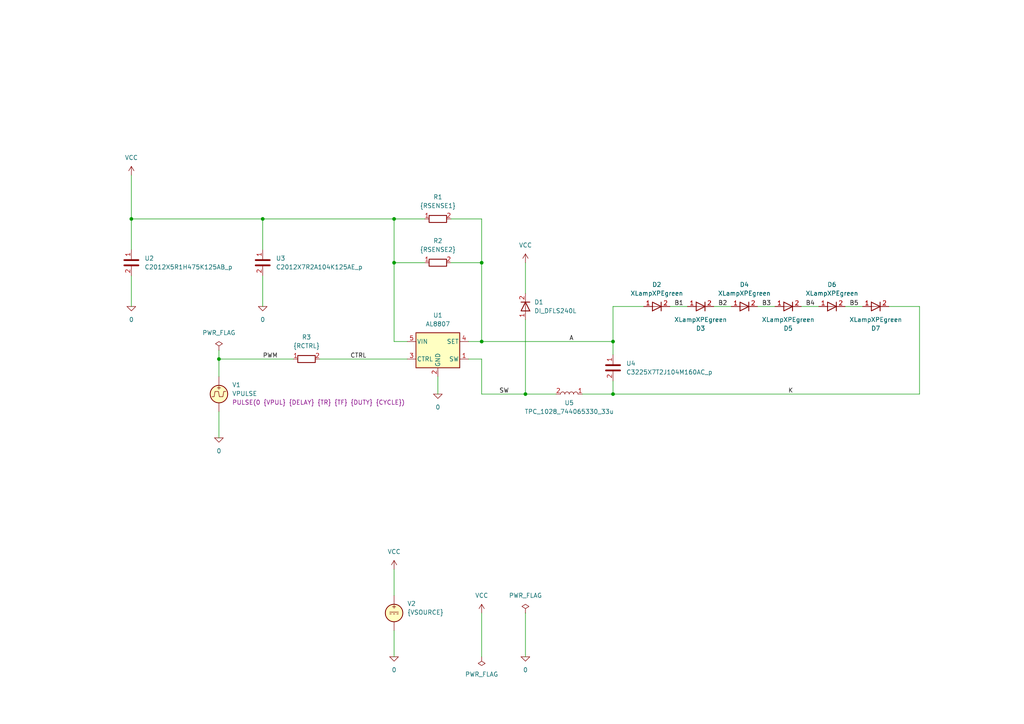
<source format=kicad_sch>
(kicad_sch
	(version 20231120)
	(generator "eeschema")
	(generator_version "8.0")
	(uuid "f85b8705-4960-4d3d-beaf-d8285901795c")
	(paper "A4")
	(title_block
		(title "High efficiency low 36V/1A buck led driver. XP-E green.")
		(date "2024-11-04")
		(rev "2")
		(company "astroelectronic@")
		(comment 1 "-")
		(comment 2 "-")
		(comment 3 "-")
		(comment 4 "AE01003807")
	)
	(lib_symbols
		(symbol "AL8807:0"
			(power)
			(pin_names
				(offset 0)
			)
			(exclude_from_sim no)
			(in_bom yes)
			(on_board yes)
			(property "Reference" "#GND"
				(at 0 -2.54 0)
				(effects
					(font
						(size 1.27 1.27)
					)
					(hide yes)
				)
			)
			(property "Value" "0"
				(at 0 -1.778 0)
				(effects
					(font
						(size 1.27 1.27)
					)
				)
			)
			(property "Footprint" ""
				(at 0 0 0)
				(effects
					(font
						(size 1.27 1.27)
					)
					(hide yes)
				)
			)
			(property "Datasheet" "~"
				(at 0 0 0)
				(effects
					(font
						(size 1.27 1.27)
					)
					(hide yes)
				)
			)
			(property "Description" "0V reference potential for simulation"
				(at 0 0 0)
				(effects
					(font
						(size 1.27 1.27)
					)
					(hide yes)
				)
			)
			(property "ki_keywords" "simulation"
				(at 0 0 0)
				(effects
					(font
						(size 1.27 1.27)
					)
					(hide yes)
				)
			)
			(symbol "0_0_1"
				(polyline
					(pts
						(xy -1.27 0) (xy 0 -1.27) (xy 1.27 0) (xy -1.27 0)
					)
					(stroke
						(width 0)
						(type default)
					)
					(fill
						(type none)
					)
				)
			)
			(symbol "0_1_1"
				(pin power_in line
					(at 0 0 0)
					(length 0) hide
					(name "0"
						(effects
							(font
								(size 1.016 1.016)
							)
						)
					)
					(number "1"
						(effects
							(font
								(size 1.016 1.016)
							)
						)
					)
				)
			)
		)
		(symbol "AL8807:AL8807"
			(pin_names
				(offset 0.254)
			)
			(exclude_from_sim no)
			(in_bom yes)
			(on_board yes)
			(property "Reference" "U"
				(at -5.08 6.35 0)
				(effects
					(font
						(size 1.27 1.27)
					)
				)
			)
			(property "Value" "AL8807"
				(at 5.08 6.35 0)
				(effects
					(font
						(size 1.27 1.27)
					)
				)
			)
			(property "Footprint" ""
				(at 1.27 -6.35 0)
				(effects
					(font
						(size 1.27 1.27)
						(italic yes)
					)
					(justify left)
					(hide yes)
				)
			)
			(property "Datasheet" "https://www.diodes.com/assets/Datasheets/products_inactive_data/AL8807.pdf"
				(at 0 0 0)
				(effects
					(font
						(size 1.27 1.27)
					)
					(hide yes)
				)
			)
			(property "Description" "High efficiency low 36V/1A buck led driver."
				(at 0 0 0)
				(effects
					(font
						(size 1.27 1.27)
					)
					(hide yes)
				)
			)
			(property "ki_keywords" "Switching LED driver. Simmodel."
				(at 0 0 0)
				(effects
					(font
						(size 1.27 1.27)
					)
					(hide yes)
				)
			)
			(property "ki_fp_filters" "SOT?89*"
				(at 0 0 0)
				(effects
					(font
						(size 1.27 1.27)
					)
					(hide yes)
				)
			)
			(symbol "AL8807_0_1"
				(rectangle
					(start -6.35 5.08)
					(end 6.35 -5.08)
					(stroke
						(width 0.254)
						(type default)
					)
					(fill
						(type background)
					)
				)
			)
			(symbol "AL8807_1_1"
				(pin passive line
					(at 8.89 -2.54 180)
					(length 2.54)
					(name "SW"
						(effects
							(font
								(size 1.27 1.27)
							)
						)
					)
					(number "1"
						(effects
							(font
								(size 1.27 1.27)
							)
						)
					)
				)
				(pin passive line
					(at 0 -7.62 90)
					(length 2.54)
					(name "GND"
						(effects
							(font
								(size 1.27 1.27)
							)
						)
					)
					(number "2"
						(effects
							(font
								(size 1.27 1.27)
							)
						)
					)
				)
				(pin passive line
					(at -8.89 -2.54 0)
					(length 2.54)
					(name "CTRL"
						(effects
							(font
								(size 1.27 1.27)
							)
						)
					)
					(number "3"
						(effects
							(font
								(size 1.27 1.27)
							)
						)
					)
				)
				(pin passive line
					(at 8.89 2.54 180)
					(length 2.54)
					(name "SET"
						(effects
							(font
								(size 1.27 1.27)
							)
						)
					)
					(number "4"
						(effects
							(font
								(size 1.27 1.27)
							)
						)
					)
				)
				(pin passive line
					(at -8.89 2.54 0)
					(length 2.54)
					(name "VIN"
						(effects
							(font
								(size 1.27 1.27)
							)
						)
					)
					(number "5"
						(effects
							(font
								(size 1.27 1.27)
							)
						)
					)
				)
			)
		)
		(symbol "AL8807:C"
			(pin_names
				(offset 0.254) hide)
			(exclude_from_sim no)
			(in_bom yes)
			(on_board yes)
			(property "Reference" "C"
				(at 0.635 2.54 0)
				(effects
					(font
						(size 1.27 1.27)
					)
					(justify left)
				)
			)
			(property "Value" "C"
				(at 0.635 -2.54 0)
				(effects
					(font
						(size 1.27 1.27)
					)
					(justify left)
				)
			)
			(property "Footprint" ""
				(at 0.9652 -3.81 0)
				(effects
					(font
						(size 1.27 1.27)
					)
					(hide yes)
				)
			)
			(property "Datasheet" "~"
				(at 0 0 0)
				(effects
					(font
						(size 1.27 1.27)
					)
					(hide yes)
				)
			)
			(property "Description" "Unpolarized capacitor"
				(at 0 0 0)
				(effects
					(font
						(size 1.27 1.27)
					)
					(hide yes)
				)
			)
			(property "ki_keywords" "cap capacitor"
				(at 0 0 0)
				(effects
					(font
						(size 1.27 1.27)
					)
					(hide yes)
				)
			)
			(property "ki_fp_filters" "C_*"
				(at 0 0 0)
				(effects
					(font
						(size 1.27 1.27)
					)
					(hide yes)
				)
			)
			(symbol "C_0_1"
				(polyline
					(pts
						(xy -2.032 -0.762) (xy 2.032 -0.762)
					)
					(stroke
						(width 0.508)
						(type default)
					)
					(fill
						(type none)
					)
				)
				(polyline
					(pts
						(xy -2.032 0.762) (xy 2.032 0.762)
					)
					(stroke
						(width 0.508)
						(type default)
					)
					(fill
						(type none)
					)
				)
			)
			(symbol "C_1_1"
				(pin passive line
					(at 0 3.81 270)
					(length 2.794)
					(name "~"
						(effects
							(font
								(size 1.27 1.27)
							)
						)
					)
					(number "1"
						(effects
							(font
								(size 1.27 1.27)
							)
						)
					)
				)
				(pin passive line
					(at 0 -3.81 90)
					(length 2.794)
					(name "~"
						(effects
							(font
								(size 1.27 1.27)
							)
						)
					)
					(number "2"
						(effects
							(font
								(size 1.27 1.27)
							)
						)
					)
				)
			)
		)
		(symbol "AL8807:DIODE"
			(pin_names
				(offset 1.016) hide)
			(exclude_from_sim no)
			(in_bom yes)
			(on_board yes)
			(property "Reference" "D"
				(at 0 2.54 0)
				(effects
					(font
						(size 1.27 1.27)
					)
				)
			)
			(property "Value" "${SIM.PARAMS}"
				(at 0 -2.54 0)
				(effects
					(font
						(size 1.27 1.27)
					)
				)
			)
			(property "Footprint" ""
				(at 0 0 0)
				(effects
					(font
						(size 1.27 1.27)
					)
					(hide yes)
				)
			)
			(property "Datasheet" "~"
				(at 0 0 0)
				(effects
					(font
						(size 1.27 1.27)
					)
					(hide yes)
				)
			)
			(property "Description" "Diode, anode on pin 1, for simulation only!"
				(at 0 0 0)
				(effects
					(font
						(size 1.27 1.27)
					)
					(hide yes)
				)
			)
			(property "Sim.Pins" "1=1 2=2"
				(at 0 0 0)
				(effects
					(font
						(size 1.27 1.27)
					)
					(hide yes)
				)
			)
			(property "Sim.Device" "SPICE"
				(at 0 0 0)
				(effects
					(font
						(size 1.27 1.27)
					)
					(justify left)
					(hide yes)
				)
			)
			(property "Sim.Params" "type=\"D\" model=\"DIODE\" lib=\"\""
				(at 0 0 0)
				(effects
					(font
						(size 1.27 1.27)
					)
					(hide yes)
				)
			)
			(property "Spice_Netlist_Enabled" "Y"
				(at 0 0 0)
				(effects
					(font
						(size 1.27 1.27)
					)
					(justify left)
					(hide yes)
				)
			)
			(property "ki_keywords" "simulation"
				(at 0 0 0)
				(effects
					(font
						(size 1.27 1.27)
					)
					(hide yes)
				)
			)
			(symbol "DIODE_0_1"
				(polyline
					(pts
						(xy 1.27 0) (xy -1.27 0)
					)
					(stroke
						(width 0)
						(type default)
					)
					(fill
						(type none)
					)
				)
				(polyline
					(pts
						(xy 1.27 1.27) (xy 1.27 -1.27)
					)
					(stroke
						(width 0.254)
						(type default)
					)
					(fill
						(type none)
					)
				)
				(polyline
					(pts
						(xy -1.27 -1.27) (xy -1.27 1.27) (xy 1.27 0) (xy -1.27 -1.27)
					)
					(stroke
						(width 0.254)
						(type default)
					)
					(fill
						(type none)
					)
				)
			)
			(symbol "DIODE_1_1"
				(pin passive line
					(at -3.81 0 0)
					(length 2.54)
					(name "A"
						(effects
							(font
								(size 1.27 1.27)
							)
						)
					)
					(number "1"
						(effects
							(font
								(size 1.27 1.27)
							)
						)
					)
				)
				(pin passive line
					(at 3.81 0 180)
					(length 2.54)
					(name "K"
						(effects
							(font
								(size 1.27 1.27)
							)
						)
					)
					(number "2"
						(effects
							(font
								(size 1.27 1.27)
							)
						)
					)
				)
			)
		)
		(symbol "AL8807:L"
			(pin_names
				(offset 1.016) hide)
			(exclude_from_sim no)
			(in_bom yes)
			(on_board yes)
			(property "Reference" "L"
				(at -1.27 0 90)
				(effects
					(font
						(size 1.27 1.27)
					)
				)
			)
			(property "Value" "L"
				(at 1.905 0 90)
				(effects
					(font
						(size 1.27 1.27)
					)
				)
			)
			(property "Footprint" ""
				(at 0 0 0)
				(effects
					(font
						(size 1.27 1.27)
					)
					(hide yes)
				)
			)
			(property "Datasheet" "~"
				(at 0 0 0)
				(effects
					(font
						(size 1.27 1.27)
					)
					(hide yes)
				)
			)
			(property "Description" "Inductor"
				(at 0 0 0)
				(effects
					(font
						(size 1.27 1.27)
					)
					(hide yes)
				)
			)
			(property "ki_keywords" "inductor choke coil reactor magnetic"
				(at 0 0 0)
				(effects
					(font
						(size 1.27 1.27)
					)
					(hide yes)
				)
			)
			(property "ki_fp_filters" "Choke_* *Coil* Inductor_* L_*"
				(at 0 0 0)
				(effects
					(font
						(size 1.27 1.27)
					)
					(hide yes)
				)
			)
			(symbol "L_0_1"
				(arc
					(start 0 -2.54)
					(mid 0.6323 -1.905)
					(end 0 -1.27)
					(stroke
						(width 0)
						(type default)
					)
					(fill
						(type none)
					)
				)
				(arc
					(start 0 -1.27)
					(mid 0.6323 -0.635)
					(end 0 0)
					(stroke
						(width 0)
						(type default)
					)
					(fill
						(type none)
					)
				)
				(arc
					(start 0 0)
					(mid 0.6323 0.635)
					(end 0 1.27)
					(stroke
						(width 0)
						(type default)
					)
					(fill
						(type none)
					)
				)
				(arc
					(start 0 1.27)
					(mid 0.6323 1.905)
					(end 0 2.54)
					(stroke
						(width 0)
						(type default)
					)
					(fill
						(type none)
					)
				)
			)
			(symbol "L_1_1"
				(pin passive line
					(at 0 3.81 270)
					(length 1.27)
					(name "1"
						(effects
							(font
								(size 1.27 1.27)
							)
						)
					)
					(number "1"
						(effects
							(font
								(size 1.27 1.27)
							)
						)
					)
				)
				(pin passive line
					(at 0 -3.81 90)
					(length 1.27)
					(name "2"
						(effects
							(font
								(size 1.27 1.27)
							)
						)
					)
					(number "2"
						(effects
							(font
								(size 1.27 1.27)
							)
						)
					)
				)
			)
		)
		(symbol "AL8807:PWR_FLAG"
			(power)
			(pin_numbers hide)
			(pin_names
				(offset 0) hide)
			(exclude_from_sim no)
			(in_bom yes)
			(on_board yes)
			(property "Reference" "#FLG"
				(at 0 1.905 0)
				(effects
					(font
						(size 1.27 1.27)
					)
					(hide yes)
				)
			)
			(property "Value" "PWR_FLAG"
				(at 0 3.81 0)
				(effects
					(font
						(size 1.27 1.27)
					)
				)
			)
			(property "Footprint" ""
				(at 0 0 0)
				(effects
					(font
						(size 1.27 1.27)
					)
					(hide yes)
				)
			)
			(property "Datasheet" "~"
				(at 0 0 0)
				(effects
					(font
						(size 1.27 1.27)
					)
					(hide yes)
				)
			)
			(property "Description" "Special symbol for telling ERC where power comes from"
				(at 0 0 0)
				(effects
					(font
						(size 1.27 1.27)
					)
					(hide yes)
				)
			)
			(property "ki_keywords" "flag power"
				(at 0 0 0)
				(effects
					(font
						(size 1.27 1.27)
					)
					(hide yes)
				)
			)
			(symbol "PWR_FLAG_0_0"
				(pin power_out line
					(at 0 0 90)
					(length 0)
					(name "pwr"
						(effects
							(font
								(size 1.27 1.27)
							)
						)
					)
					(number "1"
						(effects
							(font
								(size 1.27 1.27)
							)
						)
					)
				)
			)
			(symbol "PWR_FLAG_0_1"
				(polyline
					(pts
						(xy 0 0) (xy 0 1.27) (xy -1.016 1.905) (xy 0 2.54) (xy 1.016 1.905) (xy 0 1.27)
					)
					(stroke
						(width 0)
						(type default)
					)
					(fill
						(type none)
					)
				)
			)
		)
		(symbol "AL8807:R"
			(pin_names
				(offset 0) hide)
			(exclude_from_sim no)
			(in_bom yes)
			(on_board yes)
			(property "Reference" "R"
				(at 2.032 0 90)
				(effects
					(font
						(size 1.27 1.27)
					)
				)
			)
			(property "Value" "R"
				(at 0 0 90)
				(effects
					(font
						(size 1.27 1.27)
					)
				)
			)
			(property "Footprint" ""
				(at -1.778 0 90)
				(effects
					(font
						(size 1.27 1.27)
					)
					(hide yes)
				)
			)
			(property "Datasheet" "~"
				(at 0 0 0)
				(effects
					(font
						(size 1.27 1.27)
					)
					(hide yes)
				)
			)
			(property "Description" "Resistor"
				(at 0 0 0)
				(effects
					(font
						(size 1.27 1.27)
					)
					(hide yes)
				)
			)
			(property "ki_keywords" "R res resistor"
				(at 0 0 0)
				(effects
					(font
						(size 1.27 1.27)
					)
					(hide yes)
				)
			)
			(property "ki_fp_filters" "R_*"
				(at 0 0 0)
				(effects
					(font
						(size 1.27 1.27)
					)
					(hide yes)
				)
			)
			(symbol "R_0_1"
				(rectangle
					(start -1.016 -2.54)
					(end 1.016 2.54)
					(stroke
						(width 0.254)
						(type default)
					)
					(fill
						(type none)
					)
				)
			)
			(symbol "R_1_1"
				(pin passive line
					(at 0 3.81 270)
					(length 1.27)
					(name "~"
						(effects
							(font
								(size 1.27 1.27)
							)
						)
					)
					(number "1"
						(effects
							(font
								(size 1.27 1.27)
							)
						)
					)
				)
				(pin passive line
					(at 0 -3.81 90)
					(length 1.27)
					(name "~"
						(effects
							(font
								(size 1.27 1.27)
							)
						)
					)
					(number "2"
						(effects
							(font
								(size 1.27 1.27)
							)
						)
					)
				)
			)
		)
		(symbol "AL8807:VCC"
			(power)
			(pin_names
				(offset 0)
			)
			(exclude_from_sim no)
			(in_bom yes)
			(on_board yes)
			(property "Reference" "#PWR"
				(at 0 -3.81 0)
				(effects
					(font
						(size 1.27 1.27)
					)
					(hide yes)
				)
			)
			(property "Value" "VCC"
				(at 0 3.81 0)
				(effects
					(font
						(size 1.27 1.27)
					)
				)
			)
			(property "Footprint" ""
				(at 0 0 0)
				(effects
					(font
						(size 1.27 1.27)
					)
					(hide yes)
				)
			)
			(property "Datasheet" ""
				(at 0 0 0)
				(effects
					(font
						(size 1.27 1.27)
					)
					(hide yes)
				)
			)
			(property "Description" "Power symbol creates a global label with name \"VCC\""
				(at 0 0 0)
				(effects
					(font
						(size 1.27 1.27)
					)
					(hide yes)
				)
			)
			(property "ki_keywords" "global power"
				(at 0 0 0)
				(effects
					(font
						(size 1.27 1.27)
					)
					(hide yes)
				)
			)
			(symbol "VCC_0_1"
				(polyline
					(pts
						(xy -0.762 1.27) (xy 0 2.54)
					)
					(stroke
						(width 0)
						(type default)
					)
					(fill
						(type none)
					)
				)
				(polyline
					(pts
						(xy 0 0) (xy 0 2.54)
					)
					(stroke
						(width 0)
						(type default)
					)
					(fill
						(type none)
					)
				)
				(polyline
					(pts
						(xy 0 2.54) (xy 0.762 1.27)
					)
					(stroke
						(width 0)
						(type default)
					)
					(fill
						(type none)
					)
				)
			)
			(symbol "VCC_1_1"
				(pin power_in line
					(at 0 0 90)
					(length 0) hide
					(name "VCC"
						(effects
							(font
								(size 1.27 1.27)
							)
						)
					)
					(number "1"
						(effects
							(font
								(size 1.27 1.27)
							)
						)
					)
				)
			)
		)
		(symbol "AL8807:VDC"
			(pin_numbers hide)
			(pin_names
				(offset 0.0254)
			)
			(exclude_from_sim no)
			(in_bom yes)
			(on_board yes)
			(property "Reference" "V"
				(at 2.54 2.54 0)
				(effects
					(font
						(size 1.27 1.27)
					)
					(justify left)
				)
			)
			(property "Value" "1"
				(at 2.54 0 0)
				(effects
					(font
						(size 1.27 1.27)
					)
					(justify left)
				)
			)
			(property "Footprint" ""
				(at 0 0 0)
				(effects
					(font
						(size 1.27 1.27)
					)
					(hide yes)
				)
			)
			(property "Datasheet" "~"
				(at 0 0 0)
				(effects
					(font
						(size 1.27 1.27)
					)
					(hide yes)
				)
			)
			(property "Description" "Voltage source, DC"
				(at 0 0 0)
				(effects
					(font
						(size 1.27 1.27)
					)
					(hide yes)
				)
			)
			(property "Sim.Pins" "1=+ 2=-"
				(at 0 0 0)
				(effects
					(font
						(size 1.27 1.27)
					)
					(hide yes)
				)
			)
			(property "Sim.Type" "DC"
				(at 0 0 0)
				(effects
					(font
						(size 1.27 1.27)
					)
					(hide yes)
				)
			)
			(property "Sim.Device" "V"
				(at 0 0 0)
				(effects
					(font
						(size 1.27 1.27)
					)
					(justify left)
					(hide yes)
				)
			)
			(property "Spice_Netlist_Enabled" "Y"
				(at 0 0 0)
				(effects
					(font
						(size 1.27 1.27)
					)
					(justify left)
					(hide yes)
				)
			)
			(property "ki_keywords" "simulation"
				(at 0 0 0)
				(effects
					(font
						(size 1.27 1.27)
					)
					(hide yes)
				)
			)
			(symbol "VDC_0_0"
				(polyline
					(pts
						(xy -1.27 0.254) (xy 1.27 0.254)
					)
					(stroke
						(width 0)
						(type default)
					)
					(fill
						(type none)
					)
				)
				(polyline
					(pts
						(xy -0.762 -0.254) (xy -1.27 -0.254)
					)
					(stroke
						(width 0)
						(type default)
					)
					(fill
						(type none)
					)
				)
				(polyline
					(pts
						(xy 0.254 -0.254) (xy -0.254 -0.254)
					)
					(stroke
						(width 0)
						(type default)
					)
					(fill
						(type none)
					)
				)
				(polyline
					(pts
						(xy 1.27 -0.254) (xy 0.762 -0.254)
					)
					(stroke
						(width 0)
						(type default)
					)
					(fill
						(type none)
					)
				)
				(text "+"
					(at 0 1.905 0)
					(effects
						(font
							(size 1.27 1.27)
						)
					)
				)
			)
			(symbol "VDC_0_1"
				(circle
					(center 0 0)
					(radius 2.54)
					(stroke
						(width 0.254)
						(type default)
					)
					(fill
						(type background)
					)
				)
			)
			(symbol "VDC_1_1"
				(pin passive line
					(at 0 5.08 270)
					(length 2.54)
					(name "~"
						(effects
							(font
								(size 1.27 1.27)
							)
						)
					)
					(number "1"
						(effects
							(font
								(size 1.27 1.27)
							)
						)
					)
				)
				(pin passive line
					(at 0 -5.08 90)
					(length 2.54)
					(name "~"
						(effects
							(font
								(size 1.27 1.27)
							)
						)
					)
					(number "2"
						(effects
							(font
								(size 1.27 1.27)
							)
						)
					)
				)
			)
		)
		(symbol "AL8807:VPULSE"
			(pin_numbers hide)
			(pin_names
				(offset 0.0254)
			)
			(exclude_from_sim no)
			(in_bom yes)
			(on_board yes)
			(property "Reference" "V"
				(at 2.54 2.54 0)
				(effects
					(font
						(size 1.27 1.27)
					)
					(justify left)
				)
			)
			(property "Value" "VPULSE"
				(at 2.54 0 0)
				(effects
					(font
						(size 1.27 1.27)
					)
					(justify left)
				)
			)
			(property "Footprint" ""
				(at 0 0 0)
				(effects
					(font
						(size 1.27 1.27)
					)
					(hide yes)
				)
			)
			(property "Datasheet" "~"
				(at 0 0 0)
				(effects
					(font
						(size 1.27 1.27)
					)
					(hide yes)
				)
			)
			(property "Description" "Voltage source, pulse"
				(at 0 0 0)
				(effects
					(font
						(size 1.27 1.27)
					)
					(hide yes)
				)
			)
			(property "Sim.Pins" "1=+ 2=-"
				(at 0 0 0)
				(effects
					(font
						(size 1.27 1.27)
					)
					(hide yes)
				)
			)
			(property "Sim.Type" "PULSE"
				(at 0 0 0)
				(effects
					(font
						(size 1.27 1.27)
					)
					(hide yes)
				)
			)
			(property "Sim.Device" "V"
				(at 0 0 0)
				(effects
					(font
						(size 1.27 1.27)
					)
					(justify left)
					(hide yes)
				)
			)
			(property "Sim.Params" "y1=0 y2=1 td=2n tr=2n tf=2n tw=50n per=100n"
				(at 2.54 -2.54 0)
				(effects
					(font
						(size 1.27 1.27)
					)
					(justify left)
				)
			)
			(property "Spice_Netlist_Enabled" "Y"
				(at 0 0 0)
				(effects
					(font
						(size 1.27 1.27)
					)
					(justify left)
					(hide yes)
				)
			)
			(property "ki_keywords" "simulation"
				(at 0 0 0)
				(effects
					(font
						(size 1.27 1.27)
					)
					(hide yes)
				)
			)
			(symbol "VPULSE_0_0"
				(polyline
					(pts
						(xy -2.032 -0.762) (xy -1.397 -0.762) (xy -1.143 0.762) (xy -0.127 0.762) (xy 0.127 -0.762) (xy 1.143 -0.762)
						(xy 1.397 0.762) (xy 2.032 0.762)
					)
					(stroke
						(width 0)
						(type default)
					)
					(fill
						(type none)
					)
				)
				(text "+"
					(at 0 1.905 0)
					(effects
						(font
							(size 1.27 1.27)
						)
					)
				)
			)
			(symbol "VPULSE_0_1"
				(circle
					(center 0 0)
					(radius 2.54)
					(stroke
						(width 0.254)
						(type default)
					)
					(fill
						(type background)
					)
				)
			)
			(symbol "VPULSE_1_1"
				(pin passive line
					(at 0 5.08 270)
					(length 2.54)
					(name "~"
						(effects
							(font
								(size 1.27 1.27)
							)
						)
					)
					(number "1"
						(effects
							(font
								(size 1.27 1.27)
							)
						)
					)
				)
				(pin passive line
					(at 0 -5.08 90)
					(length 2.54)
					(name "~"
						(effects
							(font
								(size 1.27 1.27)
							)
						)
					)
					(number "2"
						(effects
							(font
								(size 1.27 1.27)
							)
						)
					)
				)
			)
		)
		(symbol "C_1"
			(pin_names
				(offset 0.254) hide)
			(exclude_from_sim no)
			(in_bom yes)
			(on_board yes)
			(property "Reference" "C"
				(at 0.635 2.54 0)
				(effects
					(font
						(size 1.27 1.27)
					)
					(justify left)
				)
			)
			(property "Value" "C_1"
				(at 0.635 -2.54 0)
				(effects
					(font
						(size 1.27 1.27)
					)
					(justify left)
				)
			)
			(property "Footprint" ""
				(at 0.9652 -3.81 0)
				(effects
					(font
						(size 1.27 1.27)
					)
					(hide yes)
				)
			)
			(property "Datasheet" "~"
				(at 0 0 0)
				(effects
					(font
						(size 1.27 1.27)
					)
					(hide yes)
				)
			)
			(property "Description" "Unpolarized capacitor"
				(at 0 0 0)
				(effects
					(font
						(size 1.27 1.27)
					)
					(hide yes)
				)
			)
			(property "ki_keywords" "cap capacitor"
				(at 0 0 0)
				(effects
					(font
						(size 1.27 1.27)
					)
					(hide yes)
				)
			)
			(property "ki_fp_filters" "C_*"
				(at 0 0 0)
				(effects
					(font
						(size 1.27 1.27)
					)
					(hide yes)
				)
			)
			(symbol "C_1_0_1"
				(polyline
					(pts
						(xy -2.032 -0.762) (xy 2.032 -0.762)
					)
					(stroke
						(width 0.508)
						(type default)
					)
					(fill
						(type none)
					)
				)
				(polyline
					(pts
						(xy -2.032 0.762) (xy 2.032 0.762)
					)
					(stroke
						(width 0.508)
						(type default)
					)
					(fill
						(type none)
					)
				)
			)
			(symbol "C_1_1_1"
				(pin passive line
					(at 0 3.81 270)
					(length 2.794)
					(name "~"
						(effects
							(font
								(size 1.27 1.27)
							)
						)
					)
					(number "1"
						(effects
							(font
								(size 1.27 1.27)
							)
						)
					)
				)
				(pin passive line
					(at 0 -3.81 90)
					(length 2.794)
					(name "~"
						(effects
							(font
								(size 1.27 1.27)
							)
						)
					)
					(number "2"
						(effects
							(font
								(size 1.27 1.27)
							)
						)
					)
				)
			)
		)
		(symbol "C_2"
			(pin_names
				(offset 0.254) hide)
			(exclude_from_sim no)
			(in_bom yes)
			(on_board yes)
			(property "Reference" "C"
				(at 0.635 2.54 0)
				(effects
					(font
						(size 1.27 1.27)
					)
					(justify left)
				)
			)
			(property "Value" "C_2"
				(at 0.635 -2.54 0)
				(effects
					(font
						(size 1.27 1.27)
					)
					(justify left)
				)
			)
			(property "Footprint" ""
				(at 0.9652 -3.81 0)
				(effects
					(font
						(size 1.27 1.27)
					)
					(hide yes)
				)
			)
			(property "Datasheet" "~"
				(at 0 0 0)
				(effects
					(font
						(size 1.27 1.27)
					)
					(hide yes)
				)
			)
			(property "Description" "Unpolarized capacitor"
				(at 0 0 0)
				(effects
					(font
						(size 1.27 1.27)
					)
					(hide yes)
				)
			)
			(property "ki_keywords" "cap capacitor"
				(at 0 0 0)
				(effects
					(font
						(size 1.27 1.27)
					)
					(hide yes)
				)
			)
			(property "ki_fp_filters" "C_*"
				(at 0 0 0)
				(effects
					(font
						(size 1.27 1.27)
					)
					(hide yes)
				)
			)
			(symbol "C_2_0_1"
				(polyline
					(pts
						(xy -2.032 -0.762) (xy 2.032 -0.762)
					)
					(stroke
						(width 0.508)
						(type default)
					)
					(fill
						(type none)
					)
				)
				(polyline
					(pts
						(xy -2.032 0.762) (xy 2.032 0.762)
					)
					(stroke
						(width 0.508)
						(type default)
					)
					(fill
						(type none)
					)
				)
			)
			(symbol "C_2_1_1"
				(pin passive line
					(at 0 3.81 270)
					(length 2.794)
					(name "~"
						(effects
							(font
								(size 1.27 1.27)
							)
						)
					)
					(number "1"
						(effects
							(font
								(size 1.27 1.27)
							)
						)
					)
				)
				(pin passive line
					(at 0 -3.81 90)
					(length 2.794)
					(name "~"
						(effects
							(font
								(size 1.27 1.27)
							)
						)
					)
					(number "2"
						(effects
							(font
								(size 1.27 1.27)
							)
						)
					)
				)
			)
		)
		(symbol "DIODE_1_5"
			(pin_names
				(offset 1.016) hide)
			(exclude_from_sim no)
			(in_bom yes)
			(on_board yes)
			(property "Reference" "D"
				(at 0 2.54 0)
				(effects
					(font
						(size 1.27 1.27)
					)
				)
			)
			(property "Value" "${SIM.PARAMS}"
				(at 0 -2.54 0)
				(effects
					(font
						(size 1.27 1.27)
					)
				)
			)
			(property "Footprint" ""
				(at 0 0 0)
				(effects
					(font
						(size 1.27 1.27)
					)
					(hide yes)
				)
			)
			(property "Datasheet" "~"
				(at 0 0 0)
				(effects
					(font
						(size 1.27 1.27)
					)
					(hide yes)
				)
			)
			(property "Description" "Diode, anode on pin 1, for simulation only!"
				(at 0 0 0)
				(effects
					(font
						(size 1.27 1.27)
					)
					(hide yes)
				)
			)
			(property "Sim.Pins" "1=1 2=2"
				(at 0 0 0)
				(effects
					(font
						(size 1.27 1.27)
					)
					(hide yes)
				)
			)
			(property "Sim.Device" "SPICE"
				(at 0 0 0)
				(effects
					(font
						(size 1.27 1.27)
					)
					(justify left)
					(hide yes)
				)
			)
			(property "Sim.Params" "type=\"D\" model=\"DIODE_1\" lib=\"\""
				(at 0 0 0)
				(effects
					(font
						(size 1.27 1.27)
					)
					(hide yes)
				)
			)
			(property "Spice_Netlist_Enabled" "Y"
				(at 0 0 0)
				(effects
					(font
						(size 1.27 1.27)
					)
					(justify left)
					(hide yes)
				)
			)
			(property "ki_keywords" "simulation"
				(at 0 0 0)
				(effects
					(font
						(size 1.27 1.27)
					)
					(hide yes)
				)
			)
			(symbol "DIODE_1_5_0_1"
				(polyline
					(pts
						(xy 1.27 0) (xy -1.27 0)
					)
					(stroke
						(width 0)
						(type default)
					)
					(fill
						(type none)
					)
				)
				(polyline
					(pts
						(xy 1.27 1.27) (xy 1.27 -1.27)
					)
					(stroke
						(width 0.254)
						(type default)
					)
					(fill
						(type none)
					)
				)
				(polyline
					(pts
						(xy -1.27 -1.27) (xy -1.27 1.27) (xy 1.27 0) (xy -1.27 -1.27)
					)
					(stroke
						(width 0.254)
						(type default)
					)
					(fill
						(type none)
					)
				)
			)
			(symbol "DIODE_1_5_1_1"
				(pin passive line
					(at -3.81 0 0)
					(length 2.54)
					(name "A"
						(effects
							(font
								(size 1.27 1.27)
							)
						)
					)
					(number "1"
						(effects
							(font
								(size 1.27 1.27)
							)
						)
					)
				)
				(pin passive line
					(at 3.81 0 180)
					(length 2.54)
					(name "K"
						(effects
							(font
								(size 1.27 1.27)
							)
						)
					)
					(number "2"
						(effects
							(font
								(size 1.27 1.27)
							)
						)
					)
				)
			)
		)
		(symbol "R_1"
			(pin_names
				(offset 0) hide)
			(exclude_from_sim no)
			(in_bom yes)
			(on_board yes)
			(property "Reference" "R"
				(at 2.032 0 90)
				(effects
					(font
						(size 1.27 1.27)
					)
				)
			)
			(property "Value" "R_1"
				(at 0 0 90)
				(effects
					(font
						(size 1.27 1.27)
					)
				)
			)
			(property "Footprint" ""
				(at -1.778 0 90)
				(effects
					(font
						(size 1.27 1.27)
					)
					(hide yes)
				)
			)
			(property "Datasheet" "~"
				(at 0 0 0)
				(effects
					(font
						(size 1.27 1.27)
					)
					(hide yes)
				)
			)
			(property "Description" "Resistor"
				(at 0 0 0)
				(effects
					(font
						(size 1.27 1.27)
					)
					(hide yes)
				)
			)
			(property "ki_keywords" "R res resistor"
				(at 0 0 0)
				(effects
					(font
						(size 1.27 1.27)
					)
					(hide yes)
				)
			)
			(property "ki_fp_filters" "R_*"
				(at 0 0 0)
				(effects
					(font
						(size 1.27 1.27)
					)
					(hide yes)
				)
			)
			(symbol "R_1_0_1"
				(rectangle
					(start -1.016 -2.54)
					(end 1.016 2.54)
					(stroke
						(width 0.254)
						(type default)
					)
					(fill
						(type none)
					)
				)
			)
			(symbol "R_1_1_1"
				(pin passive line
					(at 0 3.81 270)
					(length 1.27)
					(name "~"
						(effects
							(font
								(size 1.27 1.27)
							)
						)
					)
					(number "1"
						(effects
							(font
								(size 1.27 1.27)
							)
						)
					)
				)
				(pin passive line
					(at 0 -3.81 90)
					(length 1.27)
					(name "~"
						(effects
							(font
								(size 1.27 1.27)
							)
						)
					)
					(number "2"
						(effects
							(font
								(size 1.27 1.27)
							)
						)
					)
				)
			)
		)
		(symbol "R_2"
			(pin_names
				(offset 0) hide)
			(exclude_from_sim no)
			(in_bom yes)
			(on_board yes)
			(property "Reference" "R"
				(at 2.032 0 90)
				(effects
					(font
						(size 1.27 1.27)
					)
				)
			)
			(property "Value" "R_2"
				(at 0 0 90)
				(effects
					(font
						(size 1.27 1.27)
					)
				)
			)
			(property "Footprint" ""
				(at -1.778 0 90)
				(effects
					(font
						(size 1.27 1.27)
					)
					(hide yes)
				)
			)
			(property "Datasheet" "~"
				(at 0 0 0)
				(effects
					(font
						(size 1.27 1.27)
					)
					(hide yes)
				)
			)
			(property "Description" "Resistor"
				(at 0 0 0)
				(effects
					(font
						(size 1.27 1.27)
					)
					(hide yes)
				)
			)
			(property "ki_keywords" "R res resistor"
				(at 0 0 0)
				(effects
					(font
						(size 1.27 1.27)
					)
					(hide yes)
				)
			)
			(property "ki_fp_filters" "R_*"
				(at 0 0 0)
				(effects
					(font
						(size 1.27 1.27)
					)
					(hide yes)
				)
			)
			(symbol "R_2_0_1"
				(rectangle
					(start -1.016 -2.54)
					(end 1.016 2.54)
					(stroke
						(width 0.254)
						(type default)
					)
					(fill
						(type none)
					)
				)
			)
			(symbol "R_2_1_1"
				(pin passive line
					(at 0 3.81 270)
					(length 1.27)
					(name "~"
						(effects
							(font
								(size 1.27 1.27)
							)
						)
					)
					(number "1"
						(effects
							(font
								(size 1.27 1.27)
							)
						)
					)
				)
				(pin passive line
					(at 0 -3.81 90)
					(length 1.27)
					(name "~"
						(effects
							(font
								(size 1.27 1.27)
							)
						)
					)
					(number "2"
						(effects
							(font
								(size 1.27 1.27)
							)
						)
					)
				)
			)
		)
	)
	(junction
		(at 76.2 63.5)
		(diameter 0)
		(color 0 0 0 0)
		(uuid "021ad581-bfe1-4f2c-a043-dc783413eddc")
	)
	(junction
		(at 38.1 63.5)
		(diameter 0)
		(color 0 0 0 0)
		(uuid "168e370b-8e8f-4d77-9f78-7c59b4b1d7d1")
	)
	(junction
		(at 152.4 114.3)
		(diameter 0)
		(color 0 0 0 0)
		(uuid "97a9322c-c719-4fa2-b087-e0296589810d")
	)
	(junction
		(at 139.7 99.06)
		(diameter 0)
		(color 0 0 0 0)
		(uuid "a1278c37-8b41-43aa-8d78-9d5445827647")
	)
	(junction
		(at 177.8 114.3)
		(diameter 0)
		(color 0 0 0 0)
		(uuid "a2c8bb26-9b3c-46b8-8114-d8dfa0ed7cd2")
	)
	(junction
		(at 63.5 104.14)
		(diameter 0)
		(color 0 0 0 0)
		(uuid "a61fea71-4793-44c3-9e50-bcd603af9b06")
	)
	(junction
		(at 139.7 76.2)
		(diameter 0)
		(color 0 0 0 0)
		(uuid "b8c69e57-ef3d-489f-baf7-6becb50618c2")
	)
	(junction
		(at 177.8 99.06)
		(diameter 0)
		(color 0 0 0 0)
		(uuid "c557911c-5ee5-435e-b04a-508b321478dd")
	)
	(junction
		(at 114.3 63.5)
		(diameter 0)
		(color 0 0 0 0)
		(uuid "d1f0b821-1aac-422e-b137-a38526192b5c")
	)
	(junction
		(at 114.3 76.2)
		(diameter 0)
		(color 0 0 0 0)
		(uuid "e5a9238f-d204-4063-b2c2-b19b96e79781")
	)
	(wire
		(pts
			(xy 139.7 76.2) (xy 130.81 76.2)
		)
		(stroke
			(width 0)
			(type default)
		)
		(uuid "01c7e703-32dd-490c-ab27-ef28c4a8f987")
	)
	(wire
		(pts
			(xy 177.8 99.06) (xy 177.8 88.9)
		)
		(stroke
			(width 0)
			(type default)
		)
		(uuid "07e9ed99-5315-4f11-88f8-3b0e77b62a09")
	)
	(wire
		(pts
			(xy 168.91 114.3) (xy 177.8 114.3)
		)
		(stroke
			(width 0)
			(type default)
		)
		(uuid "0aa8e3b0-d0fa-4450-95b4-568e3f7b024d")
	)
	(wire
		(pts
			(xy 152.4 177.8) (xy 152.4 190.5)
		)
		(stroke
			(width 0)
			(type default)
		)
		(uuid "0f720556-4d91-446a-8c28-ddebdeaba64a")
	)
	(wire
		(pts
			(xy 139.7 63.5) (xy 139.7 76.2)
		)
		(stroke
			(width 0)
			(type default)
		)
		(uuid "11b85482-d407-46d2-a0f4-c6c60a2ae39d")
	)
	(wire
		(pts
			(xy 38.1 63.5) (xy 38.1 72.39)
		)
		(stroke
			(width 0)
			(type default)
		)
		(uuid "2018f8e2-47e6-40ef-804a-941edea97886")
	)
	(wire
		(pts
			(xy 127 109.22) (xy 127 114.3)
		)
		(stroke
			(width 0)
			(type default)
		)
		(uuid "20e3603a-e89c-48aa-9f6e-77620c03d598")
	)
	(wire
		(pts
			(xy 38.1 50.8) (xy 38.1 63.5)
		)
		(stroke
			(width 0)
			(type default)
		)
		(uuid "2dfe437d-9ab4-4326-a69c-036821b7fc85")
	)
	(wire
		(pts
			(xy 76.2 63.5) (xy 114.3 63.5)
		)
		(stroke
			(width 0)
			(type default)
		)
		(uuid "2f417abd-ca4e-4ba2-b68d-cc53bfb478e9")
	)
	(wire
		(pts
			(xy 139.7 99.06) (xy 139.7 76.2)
		)
		(stroke
			(width 0)
			(type default)
		)
		(uuid "3431784f-484c-4f01-b32e-545b7b2e3c51")
	)
	(wire
		(pts
			(xy 194.31 88.9) (xy 199.39 88.9)
		)
		(stroke
			(width 0)
			(type default)
		)
		(uuid "3a15cffc-ee50-4b90-9348-d4ce251b4c9a")
	)
	(wire
		(pts
			(xy 114.3 99.06) (xy 114.3 76.2)
		)
		(stroke
			(width 0)
			(type default)
		)
		(uuid "429d9ea5-3da2-4c1b-8e1a-25dc7344d03b")
	)
	(wire
		(pts
			(xy 38.1 80.01) (xy 38.1 88.9)
		)
		(stroke
			(width 0)
			(type default)
		)
		(uuid "4a3fd225-4a2f-4a6d-b982-33280ab9804a")
	)
	(wire
		(pts
			(xy 177.8 99.06) (xy 177.8 102.87)
		)
		(stroke
			(width 0)
			(type default)
		)
		(uuid "4db8a0b0-3529-48d5-85c8-d1f3b4d660e1")
	)
	(wire
		(pts
			(xy 152.4 92.71) (xy 152.4 114.3)
		)
		(stroke
			(width 0)
			(type default)
		)
		(uuid "58efe5d2-0977-477f-85dc-a2b9e758ee43")
	)
	(wire
		(pts
			(xy 177.8 88.9) (xy 186.69 88.9)
		)
		(stroke
			(width 0)
			(type default)
		)
		(uuid "650f20fc-eab0-4be3-9f5d-fd1322775259")
	)
	(wire
		(pts
			(xy 177.8 110.49) (xy 177.8 114.3)
		)
		(stroke
			(width 0)
			(type default)
		)
		(uuid "6a432b4a-0a63-4dac-a6e5-9e35a3606e04")
	)
	(wire
		(pts
			(xy 219.71 88.9) (xy 224.79 88.9)
		)
		(stroke
			(width 0)
			(type default)
		)
		(uuid "80e1c06e-3d73-4b8d-b265-8e163f97ed7f")
	)
	(wire
		(pts
			(xy 152.4 114.3) (xy 139.7 114.3)
		)
		(stroke
			(width 0)
			(type default)
		)
		(uuid "84692b50-df54-44db-961e-86b6db8c68ab")
	)
	(wire
		(pts
			(xy 63.5 119.38) (xy 63.5 127)
		)
		(stroke
			(width 0)
			(type default)
		)
		(uuid "8c8fc981-26f1-4f1d-8e2e-b00228f9e98e")
	)
	(wire
		(pts
			(xy 139.7 104.14) (xy 135.89 104.14)
		)
		(stroke
			(width 0)
			(type default)
		)
		(uuid "9055bbb4-7f1d-4906-8399-b9aaa7b16843")
	)
	(wire
		(pts
			(xy 76.2 63.5) (xy 76.2 72.39)
		)
		(stroke
			(width 0)
			(type default)
		)
		(uuid "9381057f-4fa5-4c63-bc33-8004d543fd66")
	)
	(wire
		(pts
			(xy 76.2 80.01) (xy 76.2 88.9)
		)
		(stroke
			(width 0)
			(type default)
		)
		(uuid "98782699-00a9-4a56-bad3-3d0bb34b2ab9")
	)
	(wire
		(pts
			(xy 139.7 177.8) (xy 139.7 190.5)
		)
		(stroke
			(width 0)
			(type default)
		)
		(uuid "98f199e7-4847-4ad3-a02d-664b932fbcaf")
	)
	(wire
		(pts
			(xy 114.3 76.2) (xy 114.3 63.5)
		)
		(stroke
			(width 0)
			(type default)
		)
		(uuid "9a02c457-c4de-47c2-9914-acf7cc8db995")
	)
	(wire
		(pts
			(xy 207.01 88.9) (xy 212.09 88.9)
		)
		(stroke
			(width 0)
			(type default)
		)
		(uuid "a5794a2b-93e3-4aad-a75c-324bce41a03f")
	)
	(wire
		(pts
			(xy 92.71 104.14) (xy 118.11 104.14)
		)
		(stroke
			(width 0)
			(type default)
		)
		(uuid "a715a9bb-12c4-4c87-b92c-6d2e71049932")
	)
	(wire
		(pts
			(xy 139.7 99.06) (xy 177.8 99.06)
		)
		(stroke
			(width 0)
			(type default)
		)
		(uuid "b05dcea4-e955-4e79-ab94-acc34da4655e")
	)
	(wire
		(pts
			(xy 38.1 63.5) (xy 76.2 63.5)
		)
		(stroke
			(width 0)
			(type default)
		)
		(uuid "b836bfbf-e229-4302-8975-7148666660cf")
	)
	(wire
		(pts
			(xy 177.8 114.3) (xy 266.7 114.3)
		)
		(stroke
			(width 0)
			(type default)
		)
		(uuid "b865479a-a893-48e9-b72a-b9f7b6fdac94")
	)
	(wire
		(pts
			(xy 114.3 165.1) (xy 114.3 172.72)
		)
		(stroke
			(width 0)
			(type default)
		)
		(uuid "c12ab2d4-fb4d-4698-96b2-844f7f724fdc")
	)
	(wire
		(pts
			(xy 266.7 114.3) (xy 266.7 88.9)
		)
		(stroke
			(width 0)
			(type default)
		)
		(uuid "c3cbdfe5-a511-4543-aa64-e4b249982016")
	)
	(wire
		(pts
			(xy 63.5 101.6) (xy 63.5 104.14)
		)
		(stroke
			(width 0)
			(type default)
		)
		(uuid "c463476e-3700-42c0-a9c6-e0e51d046484")
	)
	(wire
		(pts
			(xy 266.7 88.9) (xy 257.81 88.9)
		)
		(stroke
			(width 0)
			(type default)
		)
		(uuid "c6bba423-542b-45e4-a621-4b38d3d64ac2")
	)
	(wire
		(pts
			(xy 114.3 182.88) (xy 114.3 190.5)
		)
		(stroke
			(width 0)
			(type default)
		)
		(uuid "cddb09ad-8454-4df7-a7c0-3fac569efff4")
	)
	(wire
		(pts
			(xy 245.11 88.9) (xy 250.19 88.9)
		)
		(stroke
			(width 0)
			(type default)
		)
		(uuid "cf04978f-7fa2-4fa3-b46c-011ced65425d")
	)
	(wire
		(pts
			(xy 139.7 114.3) (xy 139.7 104.14)
		)
		(stroke
			(width 0)
			(type default)
		)
		(uuid "cf761663-9b18-4a39-a02a-b4fd1a6f66dd")
	)
	(wire
		(pts
			(xy 135.89 99.06) (xy 139.7 99.06)
		)
		(stroke
			(width 0)
			(type default)
		)
		(uuid "cf8c3d9b-3791-4147-8b99-dd7df4fcceb4")
	)
	(wire
		(pts
			(xy 63.5 104.14) (xy 63.5 109.22)
		)
		(stroke
			(width 0)
			(type default)
		)
		(uuid "d144cba8-856d-48c3-befd-2048f5da42a3")
	)
	(wire
		(pts
			(xy 118.11 99.06) (xy 114.3 99.06)
		)
		(stroke
			(width 0)
			(type default)
		)
		(uuid "d310fbb3-5e94-4b84-8b7a-434754fe3e03")
	)
	(wire
		(pts
			(xy 152.4 76.2) (xy 152.4 85.09)
		)
		(stroke
			(width 0)
			(type default)
		)
		(uuid "db72849d-a21e-4579-b31d-6f3973a624cf")
	)
	(wire
		(pts
			(xy 130.81 63.5) (xy 139.7 63.5)
		)
		(stroke
			(width 0)
			(type default)
		)
		(uuid "dfe63220-f817-496c-ba42-6406e8a976d4")
	)
	(wire
		(pts
			(xy 114.3 76.2) (xy 123.19 76.2)
		)
		(stroke
			(width 0)
			(type default)
		)
		(uuid "e3abc711-54c8-49bf-8e03-2641cc29e517")
	)
	(wire
		(pts
			(xy 114.3 63.5) (xy 123.19 63.5)
		)
		(stroke
			(width 0)
			(type default)
		)
		(uuid "ed5d763c-ca94-4903-904c-2872607513a1")
	)
	(wire
		(pts
			(xy 232.41 88.9) (xy 237.49 88.9)
		)
		(stroke
			(width 0)
			(type default)
		)
		(uuid "ee908c06-0a33-4931-bcd7-e05fafb684be")
	)
	(wire
		(pts
			(xy 161.29 114.3) (xy 152.4 114.3)
		)
		(stroke
			(width 0)
			(type default)
		)
		(uuid "f42cc41d-4577-47ff-a9c0-3d2dd16ea611")
	)
	(wire
		(pts
			(xy 63.5 104.14) (xy 85.09 104.14)
		)
		(stroke
			(width 0)
			(type default)
		)
		(uuid "f8e1bae4-574a-4e0f-8cb9-ac6fed2d0785")
	)
	(label "A"
		(at 165.1 99.06 0)
		(fields_autoplaced yes)
		(effects
			(font
				(size 1.27 1.27)
			)
			(justify left bottom)
		)
		(uuid "33a8350a-50ef-401c-b514-9546b11682a2")
	)
	(label "CTRL"
		(at 101.6 104.14 0)
		(fields_autoplaced yes)
		(effects
			(font
				(size 1.27 1.27)
			)
			(justify left bottom)
		)
		(uuid "61fdd1aa-c46f-4792-9337-ec6468c796d2")
	)
	(label "B2"
		(at 208.28 88.9 0)
		(fields_autoplaced yes)
		(effects
			(font
				(size 1.27 1.27)
			)
			(justify left bottom)
		)
		(uuid "66e40115-e172-4c4e-842e-9e37b3be6324")
	)
	(label "B4"
		(at 233.68 88.9 0)
		(fields_autoplaced yes)
		(effects
			(font
				(size 1.27 1.27)
			)
			(justify left bottom)
		)
		(uuid "a4a53db4-d304-496a-a39f-230b026f55f7")
	)
	(label "B5"
		(at 246.38 88.9 0)
		(fields_autoplaced yes)
		(effects
			(font
				(size 1.27 1.27)
			)
			(justify left bottom)
		)
		(uuid "ab85bb12-8d5e-4caf-8b96-d4006d6fc653")
	)
	(label "SW"
		(at 144.78 114.3 0)
		(fields_autoplaced yes)
		(effects
			(font
				(size 1.27 1.27)
			)
			(justify left bottom)
		)
		(uuid "c14d4edd-d852-471c-a41f-9a1fdad9bde7")
	)
	(label "PWM"
		(at 76.2 104.14 0)
		(fields_autoplaced yes)
		(effects
			(font
				(size 1.27 1.27)
			)
			(justify left bottom)
		)
		(uuid "c17961a0-101f-4516-97b9-917fc5fdefe0")
	)
	(label "B1"
		(at 195.58 88.9 0)
		(fields_autoplaced yes)
		(effects
			(font
				(size 1.27 1.27)
			)
			(justify left bottom)
		)
		(uuid "cb876e8d-3ced-4e33-9f11-e952f2c0dcaa")
	)
	(label "B3"
		(at 220.98 88.9 0)
		(fields_autoplaced yes)
		(effects
			(font
				(size 1.27 1.27)
			)
			(justify left bottom)
		)
		(uuid "cbe2c9df-2196-4e92-8d67-7d3b69b51a06")
	)
	(label "K"
		(at 228.6 114.3 0)
		(fields_autoplaced yes)
		(effects
			(font
				(size 1.27 1.27)
			)
			(justify left bottom)
		)
		(uuid "de7f6e92-dc18-42e8-a048-ca4e68bd2b26")
	)
	(symbol
		(lib_id "AL8807:PWR_FLAG")
		(at 152.4 177.8 0)
		(unit 1)
		(exclude_from_sim no)
		(in_bom yes)
		(on_board yes)
		(dnp no)
		(fields_autoplaced yes)
		(uuid "06fb4c7b-7ab1-4358-8085-3d10a23ea1ef")
		(property "Reference" "#FLG0102"
			(at 152.4 175.895 0)
			(effects
				(font
					(size 1.27 1.27)
				)
				(hide yes)
			)
		)
		(property "Value" "PWR_FLAG"
			(at 152.4 172.72 0)
			(effects
				(font
					(size 1.27 1.27)
				)
			)
		)
		(property "Footprint" ""
			(at 152.4 177.8 0)
			(effects
				(font
					(size 1.27 1.27)
				)
				(hide yes)
			)
		)
		(property "Datasheet" "~"
			(at 152.4 177.8 0)
			(effects
				(font
					(size 1.27 1.27)
				)
				(hide yes)
			)
		)
		(property "Description" ""
			(at 152.4 177.8 0)
			(effects
				(font
					(size 1.27 1.27)
				)
				(hide yes)
			)
		)
		(pin "1"
			(uuid "127715b0-0324-491f-8437-5fa7c5842b99")
		)
		(instances
			(project ""
				(path "/f85b8705-4960-4d3d-beaf-d8285901795c"
					(reference "#FLG0102")
					(unit 1)
				)
			)
		)
	)
	(symbol
		(lib_name "DIODE_1_5")
		(lib_id "AL8807:DIODE_1_5")
		(at 228.6 88.9 0)
		(mirror x)
		(unit 1)
		(exclude_from_sim no)
		(in_bom yes)
		(on_board yes)
		(dnp no)
		(uuid "17b8ef30-7c8a-4e9c-9e6d-0ba16767de2d")
		(property "Reference" "D5"
			(at 228.6 95.25 0)
			(effects
				(font
					(size 1.27 1.27)
				)
			)
		)
		(property "Value" "XLampXPEgreen"
			(at 228.6 92.71 0)
			(effects
				(font
					(size 1.27 1.27)
				)
			)
		)
		(property "Footprint" ""
			(at 228.6 88.9 0)
			(effects
				(font
					(size 1.27 1.27)
				)
				(hide yes)
			)
		)
		(property "Datasheet" "~"
			(at 228.6 88.9 0)
			(effects
				(font
					(size 1.27 1.27)
				)
				(hide yes)
			)
		)
		(property "Description" ""
			(at 228.6 88.9 0)
			(effects
				(font
					(size 1.27 1.27)
				)
				(hide yes)
			)
		)
		(property "Sim.Device" "D"
			(at 228.6 88.9 0)
			(effects
				(font
					(size 1.27 1.27)
				)
				(hide yes)
			)
		)
		(property "Sim.Pins" "1=A 2=K"
			(at 38.1 177.8 0)
			(effects
				(font
					(size 1.27 1.27)
				)
				(hide yes)
			)
		)
		(property "Sim.Library" "C:\\AE\\AL8807\\_models\\XPE_SPICE.lib"
			(at 228.6 88.9 0)
			(effects
				(font
					(size 1.27 1.27)
				)
				(hide yes)
			)
		)
		(property "Sim.Name" "XLampXPEgreen"
			(at 228.6 88.9 0)
			(effects
				(font
					(size 1.27 1.27)
				)
				(hide yes)
			)
		)
		(pin "1"
			(uuid "72b26599-a869-4a61-9401-bfbf96befdf8")
		)
		(pin "2"
			(uuid "cfa31a1c-5fdc-4d46-8362-a1db78cf3796")
		)
		(instances
			(project "AL8807_XPE_WHITE"
				(path "/f85b8705-4960-4d3d-beaf-d8285901795c"
					(reference "D5")
					(unit 1)
				)
			)
		)
	)
	(symbol
		(lib_name "DIODE_1_5")
		(lib_id "AL8807:DIODE_1_5")
		(at 203.2 88.9 0)
		(mirror x)
		(unit 1)
		(exclude_from_sim no)
		(in_bom yes)
		(on_board yes)
		(dnp no)
		(uuid "21aa5b5f-e386-4820-abec-7cdea0c78833")
		(property "Reference" "D3"
			(at 203.2 95.25 0)
			(effects
				(font
					(size 1.27 1.27)
				)
			)
		)
		(property "Value" "XLampXPEgreen"
			(at 203.2 92.71 0)
			(effects
				(font
					(size 1.27 1.27)
				)
			)
		)
		(property "Footprint" ""
			(at 203.2 88.9 0)
			(effects
				(font
					(size 1.27 1.27)
				)
				(hide yes)
			)
		)
		(property "Datasheet" "~"
			(at 203.2 88.9 0)
			(effects
				(font
					(size 1.27 1.27)
				)
				(hide yes)
			)
		)
		(property "Description" ""
			(at 203.2 88.9 0)
			(effects
				(font
					(size 1.27 1.27)
				)
				(hide yes)
			)
		)
		(property "Sim.Device" "D"
			(at 203.2 88.9 0)
			(effects
				(font
					(size 1.27 1.27)
				)
				(hide yes)
			)
		)
		(property "Sim.Pins" "1=A 2=K"
			(at 12.7 177.8 0)
			(effects
				(font
					(size 1.27 1.27)
				)
				(hide yes)
			)
		)
		(property "Sim.Library" "C:\\AE\\AL8807\\_models\\XPE_SPICE.lib"
			(at 203.2 88.9 0)
			(effects
				(font
					(size 1.27 1.27)
				)
				(hide yes)
			)
		)
		(property "Sim.Name" "XLampXPEgreen"
			(at 203.2 88.9 0)
			(effects
				(font
					(size 1.27 1.27)
				)
				(hide yes)
			)
		)
		(pin "1"
			(uuid "ef3867fc-f1a1-4400-b974-1a55a7f1db62")
		)
		(pin "2"
			(uuid "a50f3a59-6c7f-4343-a3ef-f95e442b15eb")
		)
		(instances
			(project "AL8807_XPE_WHITE"
				(path "/f85b8705-4960-4d3d-beaf-d8285901795c"
					(reference "D3")
					(unit 1)
				)
			)
		)
	)
	(symbol
		(lib_name "DIODE_1_5")
		(lib_id "AL8807:DIODE_1_5")
		(at 241.3 88.9 0)
		(unit 1)
		(exclude_from_sim no)
		(in_bom yes)
		(on_board yes)
		(dnp no)
		(fields_autoplaced yes)
		(uuid "271abd4f-3c12-4e37-8d44-ba427ca3ee00")
		(property "Reference" "D6"
			(at 241.3 82.55 0)
			(effects
				(font
					(size 1.27 1.27)
				)
			)
		)
		(property "Value" "XLampXPEgreen"
			(at 241.3 85.09 0)
			(effects
				(font
					(size 1.27 1.27)
				)
			)
		)
		(property "Footprint" ""
			(at 241.3 88.9 0)
			(effects
				(font
					(size 1.27 1.27)
				)
				(hide yes)
			)
		)
		(property "Datasheet" "~"
			(at 241.3 88.9 0)
			(effects
				(font
					(size 1.27 1.27)
				)
				(hide yes)
			)
		)
		(property "Description" ""
			(at 241.3 88.9 0)
			(effects
				(font
					(size 1.27 1.27)
				)
				(hide yes)
			)
		)
		(property "Sim.Device" "D"
			(at 241.3 88.9 0)
			(effects
				(font
					(size 1.27 1.27)
				)
				(hide yes)
			)
		)
		(property "Sim.Pins" "1=A 2=K"
			(at 50.8 0 0)
			(effects
				(font
					(size 1.27 1.27)
				)
				(hide yes)
			)
		)
		(property "Sim.Library" "C:\\AE\\AL8807\\_models\\XPE_SPICE.lib"
			(at 241.3 88.9 0)
			(effects
				(font
					(size 1.27 1.27)
				)
				(hide yes)
			)
		)
		(property "Sim.Name" "XLampXPEgreen"
			(at 241.3 88.9 0)
			(effects
				(font
					(size 1.27 1.27)
				)
				(hide yes)
			)
		)
		(pin "1"
			(uuid "3b8cc3cc-780e-47ce-989b-39bc3fc78ce3")
		)
		(pin "2"
			(uuid "96d7f204-4ec5-4feb-9513-cde2b93ebf03")
		)
		(instances
			(project "AL8807_XPE_WHITE"
				(path "/f85b8705-4960-4d3d-beaf-d8285901795c"
					(reference "D6")
					(unit 1)
				)
			)
		)
	)
	(symbol
		(lib_id "AL8807:C")
		(at 177.8 106.68 0)
		(unit 1)
		(exclude_from_sim no)
		(in_bom yes)
		(on_board yes)
		(dnp no)
		(fields_autoplaced yes)
		(uuid "32e9a412-b5b3-42fa-b6d0-46d408af01e7")
		(property "Reference" "U4"
			(at 181.61 105.4099 0)
			(effects
				(font
					(size 1.27 1.27)
				)
				(justify left)
			)
		)
		(property "Value" "C3225X7T2J104M160AC_p"
			(at 181.61 107.9499 0)
			(effects
				(font
					(size 1.27 1.27)
				)
				(justify left)
			)
		)
		(property "Footprint" ""
			(at 178.7652 110.49 0)
			(effects
				(font
					(size 1.27 1.27)
				)
				(hide yes)
			)
		)
		(property "Datasheet" "~"
			(at 177.8 106.68 0)
			(effects
				(font
					(size 1.27 1.27)
				)
				(hide yes)
			)
		)
		(property "Description" ""
			(at 177.8 106.68 0)
			(effects
				(font
					(size 1.27 1.27)
				)
				(hide yes)
			)
		)
		(property "Sim.Device" "SUBCKT"
			(at 177.8 106.68 0)
			(effects
				(font
					(size 1.27 1.27)
				)
				(hide yes)
			)
		)
		(property "Sim.Pins" "1=n1 2=n2"
			(at 0 0 0)
			(effects
				(font
					(size 1.27 1.27)
				)
				(hide yes)
			)
		)
		(property "Sim.Library" "C:\\AE\\AL8807\\_models\\C3225X7T2J104M160AC_p.mod"
			(at 177.8 106.68 0)
			(effects
				(font
					(size 1.27 1.27)
				)
				(hide yes)
			)
		)
		(property "Sim.Name" "C3225X7T2J104M160AC_p"
			(at 177.8 106.68 0)
			(effects
				(font
					(size 1.27 1.27)
				)
				(hide yes)
			)
		)
		(pin "1"
			(uuid "f3156327-bf18-4357-9087-d7491a1db581")
		)
		(pin "2"
			(uuid "fef02ac8-25c7-4177-9a92-3e4a87912d32")
		)
		(instances
			(project ""
				(path "/f85b8705-4960-4d3d-beaf-d8285901795c"
					(reference "U4")
					(unit 1)
				)
			)
		)
	)
	(symbol
		(lib_id "AL8807:PWR_FLAG")
		(at 139.7 190.5 180)
		(unit 1)
		(exclude_from_sim no)
		(in_bom yes)
		(on_board yes)
		(dnp no)
		(fields_autoplaced yes)
		(uuid "3ab8d3da-b078-472a-a1ab-7029e77e7c10")
		(property "Reference" "#FLG0103"
			(at 139.7 192.405 0)
			(effects
				(font
					(size 1.27 1.27)
				)
				(hide yes)
			)
		)
		(property "Value" "PWR_FLAG"
			(at 139.7 195.58 0)
			(effects
				(font
					(size 1.27 1.27)
				)
			)
		)
		(property "Footprint" ""
			(at 139.7 190.5 0)
			(effects
				(font
					(size 1.27 1.27)
				)
				(hide yes)
			)
		)
		(property "Datasheet" "~"
			(at 139.7 190.5 0)
			(effects
				(font
					(size 1.27 1.27)
				)
				(hide yes)
			)
		)
		(property "Description" ""
			(at 139.7 190.5 0)
			(effects
				(font
					(size 1.27 1.27)
				)
				(hide yes)
			)
		)
		(pin "1"
			(uuid "8f2095f1-21a1-42fa-9ee7-5029d3ad03cf")
		)
		(instances
			(project ""
				(path "/f85b8705-4960-4d3d-beaf-d8285901795c"
					(reference "#FLG0103")
					(unit 1)
				)
			)
		)
	)
	(symbol
		(lib_name "C_2")
		(lib_id "AL8807:C_2")
		(at 76.2 76.2 0)
		(unit 1)
		(exclude_from_sim no)
		(in_bom yes)
		(on_board yes)
		(dnp no)
		(fields_autoplaced yes)
		(uuid "3fc23945-ca3f-423b-9778-465f78aa2f71")
		(property "Reference" "U3"
			(at 80.01 74.9299 0)
			(effects
				(font
					(size 1.27 1.27)
				)
				(justify left)
			)
		)
		(property "Value" "C2012X7R2A104K125AE_p"
			(at 80.01 77.4699 0)
			(effects
				(font
					(size 1.27 1.27)
				)
				(justify left)
			)
		)
		(property "Footprint" ""
			(at 77.1652 80.01 0)
			(effects
				(font
					(size 1.27 1.27)
				)
				(hide yes)
			)
		)
		(property "Datasheet" "~"
			(at 76.2 76.2 0)
			(effects
				(font
					(size 1.27 1.27)
				)
				(hide yes)
			)
		)
		(property "Description" ""
			(at 76.2 76.2 0)
			(effects
				(font
					(size 1.27 1.27)
				)
				(hide yes)
			)
		)
		(property "Sim.Device" "SUBCKT"
			(at 76.2 76.2 0)
			(effects
				(font
					(size 1.27 1.27)
				)
				(hide yes)
			)
		)
		(property "Sim.Pins" "1=n1 2=n2"
			(at 0 0 0)
			(effects
				(font
					(size 1.27 1.27)
				)
				(hide yes)
			)
		)
		(property "Sim.Library" "C:\\AE\\AL8807\\_models\\C2012X7R2A104K125AE_p.mod"
			(at 76.2 76.2 0)
			(effects
				(font
					(size 1.27 1.27)
				)
				(hide yes)
			)
		)
		(property "Sim.Name" "C2012X7R2A104K125AE_p"
			(at 76.2 76.2 0)
			(effects
				(font
					(size 1.27 1.27)
				)
				(hide yes)
			)
		)
		(pin "1"
			(uuid "b802797a-051d-4948-9482-d90c9f735b8f")
		)
		(pin "2"
			(uuid "236c6ccd-ab24-469e-8788-0d5d488e20ab")
		)
		(instances
			(project ""
				(path "/f85b8705-4960-4d3d-beaf-d8285901795c"
					(reference "U3")
					(unit 1)
				)
			)
		)
	)
	(symbol
		(lib_name "R_2")
		(lib_id "AL8807:R_2")
		(at 127 63.5 90)
		(unit 1)
		(exclude_from_sim no)
		(in_bom yes)
		(on_board yes)
		(dnp no)
		(fields_autoplaced yes)
		(uuid "546edc5f-f8f0-4939-8444-7369b84112dc")
		(property "Reference" "R1"
			(at 127 57.15 90)
			(effects
				(font
					(size 1.27 1.27)
				)
			)
		)
		(property "Value" "{RSENSE1}"
			(at 127 59.69 90)
			(effects
				(font
					(size 1.27 1.27)
				)
			)
		)
		(property "Footprint" ""
			(at 127 65.278 90)
			(effects
				(font
					(size 1.27 1.27)
				)
				(hide yes)
			)
		)
		(property "Datasheet" "~"
			(at 127 63.5 0)
			(effects
				(font
					(size 1.27 1.27)
				)
				(hide yes)
			)
		)
		(property "Description" ""
			(at 127 63.5 0)
			(effects
				(font
					(size 1.27 1.27)
				)
				(hide yes)
			)
		)
		(pin "1"
			(uuid "f750f51b-f688-45a8-9375-d8d76fb6c39d")
		)
		(pin "2"
			(uuid "610594b3-48ac-4066-a7b7-d7ea39e3d81f")
		)
		(instances
			(project ""
				(path "/f85b8705-4960-4d3d-beaf-d8285901795c"
					(reference "R1")
					(unit 1)
				)
			)
		)
	)
	(symbol
		(lib_id "AL8807:0")
		(at 114.3 190.5 0)
		(unit 1)
		(exclude_from_sim no)
		(in_bom yes)
		(on_board yes)
		(dnp no)
		(fields_autoplaced yes)
		(uuid "5474405e-c07f-4e44-8fef-b7bfa4e1701b")
		(property "Reference" "#GND0104"
			(at 114.3 193.04 0)
			(effects
				(font
					(size 1.27 1.27)
				)
				(hide yes)
			)
		)
		(property "Value" "0"
			(at 114.3 194.31 0)
			(effects
				(font
					(size 1.27 1.27)
				)
			)
		)
		(property "Footprint" ""
			(at 114.3 190.5 0)
			(effects
				(font
					(size 1.27 1.27)
				)
				(hide yes)
			)
		)
		(property "Datasheet" "~"
			(at 114.3 190.5 0)
			(effects
				(font
					(size 1.27 1.27)
				)
				(hide yes)
			)
		)
		(property "Description" ""
			(at 114.3 190.5 0)
			(effects
				(font
					(size 1.27 1.27)
				)
				(hide yes)
			)
		)
		(pin "1"
			(uuid "32cdee9a-0ac6-410c-a68d-3b54eaec5dad")
		)
		(instances
			(project ""
				(path "/f85b8705-4960-4d3d-beaf-d8285901795c"
					(reference "#GND0104")
					(unit 1)
				)
			)
		)
	)
	(symbol
		(lib_id "AL8807:DIODE")
		(at 152.4 88.9 90)
		(unit 1)
		(exclude_from_sim no)
		(in_bom yes)
		(on_board yes)
		(dnp no)
		(fields_autoplaced yes)
		(uuid "60312d4c-f26b-4034-8204-dd68dd042dec")
		(property "Reference" "D1"
			(at 154.94 87.6299 90)
			(effects
				(font
					(size 1.27 1.27)
				)
				(justify right)
			)
		)
		(property "Value" "DI_DFLS240L"
			(at 154.94 90.1699 90)
			(effects
				(font
					(size 1.27 1.27)
				)
				(justify right)
			)
		)
		(property "Footprint" ""
			(at 152.4 88.9 0)
			(effects
				(font
					(size 1.27 1.27)
				)
				(hide yes)
			)
		)
		(property "Datasheet" "~"
			(at 152.4 88.9 0)
			(effects
				(font
					(size 1.27 1.27)
				)
				(hide yes)
			)
		)
		(property "Description" ""
			(at 152.4 88.9 0)
			(effects
				(font
					(size 1.27 1.27)
				)
				(hide yes)
			)
		)
		(property "Sim.Device" "D"
			(at 152.4 88.9 0)
			(effects
				(font
					(size 1.27 1.27)
				)
				(justify left)
				(hide yes)
			)
		)
		(property "Sim.Pins" "1=A 2=K"
			(at 0 0 0)
			(effects
				(font
					(size 1.27 1.27)
				)
				(hide yes)
			)
		)
		(property "Sim.Library" "C:\\AE\\AL8807\\_models\\DFLS240L.spice.txt"
			(at 152.4 88.9 0)
			(effects
				(font
					(size 1.27 1.27)
				)
				(hide yes)
			)
		)
		(property "Sim.Name" "DI_DFLS240L"
			(at 152.4 88.9 0)
			(effects
				(font
					(size 1.27 1.27)
				)
				(hide yes)
			)
		)
		(pin "1"
			(uuid "9edc38f8-d470-4e45-8ceb-81e66fe02292")
		)
		(pin "2"
			(uuid "c8fdfc78-f655-4cf1-884e-e67a74bd5cb1")
		)
		(instances
			(project ""
				(path "/f85b8705-4960-4d3d-beaf-d8285901795c"
					(reference "D1")
					(unit 1)
				)
			)
		)
	)
	(symbol
		(lib_id "AL8807:0")
		(at 38.1 88.9 0)
		(unit 1)
		(exclude_from_sim no)
		(in_bom yes)
		(on_board yes)
		(dnp no)
		(fields_autoplaced yes)
		(uuid "681c709d-c685-4ef6-9039-f8922e02003d")
		(property "Reference" "#GND0103"
			(at 38.1 91.44 0)
			(effects
				(font
					(size 1.27 1.27)
				)
				(hide yes)
			)
		)
		(property "Value" "0"
			(at 38.1 92.71 0)
			(effects
				(font
					(size 1.27 1.27)
				)
			)
		)
		(property "Footprint" ""
			(at 38.1 88.9 0)
			(effects
				(font
					(size 1.27 1.27)
				)
				(hide yes)
			)
		)
		(property "Datasheet" "~"
			(at 38.1 88.9 0)
			(effects
				(font
					(size 1.27 1.27)
				)
				(hide yes)
			)
		)
		(property "Description" ""
			(at 38.1 88.9 0)
			(effects
				(font
					(size 1.27 1.27)
				)
				(hide yes)
			)
		)
		(pin "1"
			(uuid "fcd3251c-e88c-4d6c-ab81-aeffde2115a3")
		)
		(instances
			(project ""
				(path "/f85b8705-4960-4d3d-beaf-d8285901795c"
					(reference "#GND0103")
					(unit 1)
				)
			)
		)
	)
	(symbol
		(lib_name "DIODE_1_5")
		(lib_id "AL8807:DIODE_1_5")
		(at 254 88.9 0)
		(mirror x)
		(unit 1)
		(exclude_from_sim no)
		(in_bom yes)
		(on_board yes)
		(dnp no)
		(uuid "70f947b9-d594-4841-93ac-a8e0d54b8b7c")
		(property "Reference" "D7"
			(at 254 95.25 0)
			(effects
				(font
					(size 1.27 1.27)
				)
			)
		)
		(property "Value" "XLampXPEgreen"
			(at 254 92.71 0)
			(effects
				(font
					(size 1.27 1.27)
				)
			)
		)
		(property "Footprint" ""
			(at 254 88.9 0)
			(effects
				(font
					(size 1.27 1.27)
				)
				(hide yes)
			)
		)
		(property "Datasheet" "~"
			(at 254 88.9 0)
			(effects
				(font
					(size 1.27 1.27)
				)
				(hide yes)
			)
		)
		(property "Description" ""
			(at 254 88.9 0)
			(effects
				(font
					(size 1.27 1.27)
				)
				(hide yes)
			)
		)
		(property "Sim.Device" "D"
			(at 254 88.9 0)
			(effects
				(font
					(size 1.27 1.27)
				)
				(hide yes)
			)
		)
		(property "Sim.Pins" "1=A 2=K"
			(at 63.5 177.8 0)
			(effects
				(font
					(size 1.27 1.27)
				)
				(hide yes)
			)
		)
		(property "Sim.Library" "C:\\AE\\AL8807\\_models\\XPE_SPICE.lib"
			(at 254 88.9 0)
			(effects
				(font
					(size 1.27 1.27)
				)
				(hide yes)
			)
		)
		(property "Sim.Name" "XLampXPEgreen"
			(at 254 88.9 0)
			(effects
				(font
					(size 1.27 1.27)
				)
				(hide yes)
			)
		)
		(pin "1"
			(uuid "ef721e19-b9ed-4d9e-b8f1-25ff60ca8400")
		)
		(pin "2"
			(uuid "6d64b86a-18e5-4c7b-98ba-28ff305431f7")
		)
		(instances
			(project "AL8807_XPE_WHITE"
				(path "/f85b8705-4960-4d3d-beaf-d8285901795c"
					(reference "D7")
					(unit 1)
				)
			)
		)
	)
	(symbol
		(lib_id "AL8807:VDC")
		(at 114.3 177.8 0)
		(unit 1)
		(exclude_from_sim no)
		(in_bom yes)
		(on_board yes)
		(dnp no)
		(fields_autoplaced yes)
		(uuid "9725aecb-42dd-4621-ad63-79eb4dc1c6dc")
		(property "Reference" "V2"
			(at 118.11 175.0701 0)
			(effects
				(font
					(size 1.27 1.27)
				)
				(justify left)
			)
		)
		(property "Value" "{VSOURCE}"
			(at 118.11 177.6101 0)
			(effects
				(font
					(size 1.27 1.27)
				)
				(justify left)
			)
		)
		(property "Footprint" ""
			(at 114.3 177.8 0)
			(effects
				(font
					(size 1.27 1.27)
				)
				(hide yes)
			)
		)
		(property "Datasheet" "~"
			(at 114.3 177.8 0)
			(effects
				(font
					(size 1.27 1.27)
				)
				(hide yes)
			)
		)
		(property "Description" ""
			(at 114.3 177.8 0)
			(effects
				(font
					(size 1.27 1.27)
				)
				(hide yes)
			)
		)
		(property "Sim.Device" "SPICE"
			(at 114.3 177.8 0)
			(effects
				(font
					(size 1.27 1.27)
				)
				(justify left)
				(hide yes)
			)
		)
		(property "Sim.Params" "type=\"V\" model=\"{VSOURCE}\" lib=\"\""
			(at 0 0 0)
			(effects
				(font
					(size 1.27 1.27)
				)
				(hide yes)
			)
		)
		(property "Sim.Pins" "1=1 2=2"
			(at 0 0 0)
			(effects
				(font
					(size 1.27 1.27)
				)
				(hide yes)
			)
		)
		(pin "1"
			(uuid "d2607282-4b7a-4b88-8283-a1e9ff49cdd5")
		)
		(pin "2"
			(uuid "32758e67-70d0-465b-936c-46df0b3fcdeb")
		)
		(instances
			(project ""
				(path "/f85b8705-4960-4d3d-beaf-d8285901795c"
					(reference "V2")
					(unit 1)
				)
			)
		)
	)
	(symbol
		(lib_name "R_1")
		(lib_id "AL8807:R_1")
		(at 88.9 104.14 90)
		(unit 1)
		(exclude_from_sim no)
		(in_bom yes)
		(on_board yes)
		(dnp no)
		(fields_autoplaced yes)
		(uuid "ae54ecd1-267d-4833-82e1-d40ee342af7d")
		(property "Reference" "R3"
			(at 88.9 97.79 90)
			(effects
				(font
					(size 1.27 1.27)
				)
			)
		)
		(property "Value" "{RCTRL}"
			(at 88.9 100.33 90)
			(effects
				(font
					(size 1.27 1.27)
				)
			)
		)
		(property "Footprint" ""
			(at 88.9 105.918 90)
			(effects
				(font
					(size 1.27 1.27)
				)
				(hide yes)
			)
		)
		(property "Datasheet" "~"
			(at 88.9 104.14 0)
			(effects
				(font
					(size 1.27 1.27)
				)
				(hide yes)
			)
		)
		(property "Description" ""
			(at 88.9 104.14 0)
			(effects
				(font
					(size 1.27 1.27)
				)
				(hide yes)
			)
		)
		(pin "1"
			(uuid "41f9d274-80c9-4d61-a265-7d65bbf9f8aa")
		)
		(pin "2"
			(uuid "5b51e065-211e-48dd-bebe-2aa84c8a34d5")
		)
		(instances
			(project ""
				(path "/f85b8705-4960-4d3d-beaf-d8285901795c"
					(reference "R3")
					(unit 1)
				)
			)
		)
	)
	(symbol
		(lib_id "AL8807:PWR_FLAG")
		(at 63.5 101.6 0)
		(unit 1)
		(exclude_from_sim no)
		(in_bom yes)
		(on_board yes)
		(dnp no)
		(fields_autoplaced yes)
		(uuid "b59d3b0e-9a3f-4451-bad9-3ff51eeee660")
		(property "Reference" "#FLG0101"
			(at 63.5 99.695 0)
			(effects
				(font
					(size 1.27 1.27)
				)
				(hide yes)
			)
		)
		(property "Value" "PWR_FLAG"
			(at 63.5 96.52 0)
			(effects
				(font
					(size 1.27 1.27)
				)
			)
		)
		(property "Footprint" ""
			(at 63.5 101.6 0)
			(effects
				(font
					(size 1.27 1.27)
				)
				(hide yes)
			)
		)
		(property "Datasheet" "~"
			(at 63.5 101.6 0)
			(effects
				(font
					(size 1.27 1.27)
				)
				(hide yes)
			)
		)
		(property "Description" ""
			(at 63.5 101.6 0)
			(effects
				(font
					(size 1.27 1.27)
				)
				(hide yes)
			)
		)
		(pin "1"
			(uuid "ccd84615-5e3f-40ff-8a0f-04722d830b61")
		)
		(instances
			(project ""
				(path "/f85b8705-4960-4d3d-beaf-d8285901795c"
					(reference "#FLG0101")
					(unit 1)
				)
			)
		)
	)
	(symbol
		(lib_id "AL8807:0")
		(at 127 114.3 0)
		(unit 1)
		(exclude_from_sim no)
		(in_bom yes)
		(on_board yes)
		(dnp no)
		(fields_autoplaced yes)
		(uuid "be2ecbaa-5e0c-44c6-9616-7c5ff1353a8c")
		(property "Reference" "#GND0105"
			(at 127 116.84 0)
			(effects
				(font
					(size 1.27 1.27)
				)
				(hide yes)
			)
		)
		(property "Value" "0"
			(at 127 118.11 0)
			(effects
				(font
					(size 1.27 1.27)
				)
			)
		)
		(property "Footprint" ""
			(at 127 114.3 0)
			(effects
				(font
					(size 1.27 1.27)
				)
				(hide yes)
			)
		)
		(property "Datasheet" "~"
			(at 127 114.3 0)
			(effects
				(font
					(size 1.27 1.27)
				)
				(hide yes)
			)
		)
		(property "Description" ""
			(at 127 114.3 0)
			(effects
				(font
					(size 1.27 1.27)
				)
				(hide yes)
			)
		)
		(pin "1"
			(uuid "1b8909b2-348a-42da-a770-34e09020d69f")
		)
		(instances
			(project ""
				(path "/f85b8705-4960-4d3d-beaf-d8285901795c"
					(reference "#GND0105")
					(unit 1)
				)
			)
		)
	)
	(symbol
		(lib_id "AL8807:VCC")
		(at 152.4 76.2 0)
		(unit 1)
		(exclude_from_sim no)
		(in_bom yes)
		(on_board yes)
		(dnp no)
		(fields_autoplaced yes)
		(uuid "c27de60c-b31a-4b21-a31d-37aca84147a5")
		(property "Reference" "#PWR0101"
			(at 152.4 80.01 0)
			(effects
				(font
					(size 1.27 1.27)
				)
				(hide yes)
			)
		)
		(property "Value" "VCC"
			(at 152.4 71.12 0)
			(effects
				(font
					(size 1.27 1.27)
				)
			)
		)
		(property "Footprint" ""
			(at 152.4 76.2 0)
			(effects
				(font
					(size 1.27 1.27)
				)
				(hide yes)
			)
		)
		(property "Datasheet" ""
			(at 152.4 76.2 0)
			(effects
				(font
					(size 1.27 1.27)
				)
				(hide yes)
			)
		)
		(property "Description" ""
			(at 152.4 76.2 0)
			(effects
				(font
					(size 1.27 1.27)
				)
				(hide yes)
			)
		)
		(pin "1"
			(uuid "3f2defa9-b0d1-4b83-8ee3-0f30734c8de1")
		)
		(instances
			(project ""
				(path "/f85b8705-4960-4d3d-beaf-d8285901795c"
					(reference "#PWR0101")
					(unit 1)
				)
			)
		)
	)
	(symbol
		(lib_id "AL8807:AL8807")
		(at 127 101.6 0)
		(unit 1)
		(exclude_from_sim no)
		(in_bom yes)
		(on_board yes)
		(dnp no)
		(fields_autoplaced yes)
		(uuid "cbfd97c9-0d3d-4c00-a4f3-5866bc916cb2")
		(property "Reference" "U1"
			(at 127 91.44 0)
			(effects
				(font
					(size 1.27 1.27)
				)
			)
		)
		(property "Value" "AL8807"
			(at 127 93.98 0)
			(effects
				(font
					(size 1.27 1.27)
				)
			)
		)
		(property "Footprint" ""
			(at 128.27 107.95 0)
			(effects
				(font
					(size 1.27 1.27)
					(italic yes)
				)
				(justify left)
				(hide yes)
			)
		)
		(property "Datasheet" "https://www.diodes.com/assets/Datasheets/products_inactive_data/AL8807.pdf"
			(at 127 101.6 0)
			(effects
				(font
					(size 1.27 1.27)
				)
				(hide yes)
			)
		)
		(property "Description" ""
			(at 127 101.6 0)
			(effects
				(font
					(size 1.27 1.27)
				)
				(hide yes)
			)
		)
		(property "Sim.Device" "SUBCKT"
			(at 127 101.6 0)
			(effects
				(font
					(size 1.27 1.27)
				)
				(hide yes)
			)
		)
		(property "Sim.Pins" "1=10 2=26 3=13 4=20 5=18"
			(at 0 0 0)
			(effects
				(font
					(size 1.27 1.27)
				)
				(hide yes)
			)
		)
		(property "Sim.Library" "C:\\AE\\AL8807\\_models\\AL8807.lib"
			(at 127 101.6 0)
			(effects
				(font
					(size 1.27 1.27)
				)
				(hide yes)
			)
		)
		(property "Sim.Name" "AL8807"
			(at 127 101.6 0)
			(effects
				(font
					(size 1.27 1.27)
				)
				(hide yes)
			)
		)
		(pin "1"
			(uuid "f1fd0596-ed29-488a-b575-55472f104bf8")
		)
		(pin "2"
			(uuid "695aff88-9bff-47ee-8ec8-8d8a05cec818")
		)
		(pin "3"
			(uuid "e7235001-fa89-4a98-8f55-5c17a0f705ed")
		)
		(pin "4"
			(uuid "9cfd39e5-36ea-416e-a5f1-d94b5289c78b")
		)
		(pin "5"
			(uuid "8bfa4f55-6565-490d-9558-c49ac2271365")
		)
		(instances
			(project ""
				(path "/f85b8705-4960-4d3d-beaf-d8285901795c"
					(reference "U1")
					(unit 1)
				)
			)
		)
	)
	(symbol
		(lib_id "AL8807:R")
		(at 127 76.2 90)
		(unit 1)
		(exclude_from_sim no)
		(in_bom yes)
		(on_board yes)
		(dnp no)
		(fields_autoplaced yes)
		(uuid "d430da57-b8ce-46c0-a237-4c5a98a1adc6")
		(property "Reference" "R2"
			(at 127 69.85 90)
			(effects
				(font
					(size 1.27 1.27)
				)
			)
		)
		(property "Value" "{RSENSE2}"
			(at 127 72.39 90)
			(effects
				(font
					(size 1.27 1.27)
				)
			)
		)
		(property "Footprint" ""
			(at 127 77.978 90)
			(effects
				(font
					(size 1.27 1.27)
				)
				(hide yes)
			)
		)
		(property "Datasheet" "~"
			(at 127 76.2 0)
			(effects
				(font
					(size 1.27 1.27)
				)
				(hide yes)
			)
		)
		(property "Description" ""
			(at 127 76.2 0)
			(effects
				(font
					(size 1.27 1.27)
				)
				(hide yes)
			)
		)
		(pin "1"
			(uuid "d670e0c5-b510-4edc-845f-703531e17dc8")
		)
		(pin "2"
			(uuid "64606d45-e54c-4b3d-bed7-f7dae0fdbbb8")
		)
		(instances
			(project ""
				(path "/f85b8705-4960-4d3d-beaf-d8285901795c"
					(reference "R2")
					(unit 1)
				)
			)
		)
	)
	(symbol
		(lib_id "AL8807:0")
		(at 63.5 127 0)
		(unit 1)
		(exclude_from_sim no)
		(in_bom yes)
		(on_board yes)
		(dnp no)
		(fields_autoplaced yes)
		(uuid "d5f76812-5c63-4bf7-bad5-41b3d2789fa8")
		(property "Reference" "#GND0101"
			(at 63.5 129.54 0)
			(effects
				(font
					(size 1.27 1.27)
				)
				(hide yes)
			)
		)
		(property "Value" "0"
			(at 63.5 130.81 0)
			(effects
				(font
					(size 1.27 1.27)
				)
			)
		)
		(property "Footprint" ""
			(at 63.5 127 0)
			(effects
				(font
					(size 1.27 1.27)
				)
				(hide yes)
			)
		)
		(property "Datasheet" "~"
			(at 63.5 127 0)
			(effects
				(font
					(size 1.27 1.27)
				)
				(hide yes)
			)
		)
		(property "Description" ""
			(at 63.5 127 0)
			(effects
				(font
					(size 1.27 1.27)
				)
				(hide yes)
			)
		)
		(pin "1"
			(uuid "ff34a238-c6e6-44fd-9a54-065c98d56990")
		)
		(instances
			(project ""
				(path "/f85b8705-4960-4d3d-beaf-d8285901795c"
					(reference "#GND0101")
					(unit 1)
				)
			)
		)
	)
	(symbol
		(lib_id "AL8807:VCC")
		(at 38.1 50.8 0)
		(unit 1)
		(exclude_from_sim no)
		(in_bom yes)
		(on_board yes)
		(dnp no)
		(fields_autoplaced yes)
		(uuid "da061853-fb87-4b5f-8b45-2a0f8713b178")
		(property "Reference" "#PWR0102"
			(at 38.1 54.61 0)
			(effects
				(font
					(size 1.27 1.27)
				)
				(hide yes)
			)
		)
		(property "Value" "VCC"
			(at 38.1 45.72 0)
			(effects
				(font
					(size 1.27 1.27)
				)
			)
		)
		(property "Footprint" ""
			(at 38.1 50.8 0)
			(effects
				(font
					(size 1.27 1.27)
				)
				(hide yes)
			)
		)
		(property "Datasheet" ""
			(at 38.1 50.8 0)
			(effects
				(font
					(size 1.27 1.27)
				)
				(hide yes)
			)
		)
		(property "Description" ""
			(at 38.1 50.8 0)
			(effects
				(font
					(size 1.27 1.27)
				)
				(hide yes)
			)
		)
		(pin "1"
			(uuid "939d59b5-5dee-4847-b40a-9b9119687060")
		)
		(instances
			(project ""
				(path "/f85b8705-4960-4d3d-beaf-d8285901795c"
					(reference "#PWR0102")
					(unit 1)
				)
			)
		)
	)
	(symbol
		(lib_name "C_1")
		(lib_id "AL8807:C_1")
		(at 38.1 76.2 0)
		(unit 1)
		(exclude_from_sim no)
		(in_bom yes)
		(on_board yes)
		(dnp no)
		(fields_autoplaced yes)
		(uuid "df9b1afd-0afd-4196-8177-42eaca2ffeb9")
		(property "Reference" "U2"
			(at 41.91 74.9299 0)
			(effects
				(font
					(size 1.27 1.27)
				)
				(justify left)
			)
		)
		(property "Value" "C2012X5R1H475K125AB_p"
			(at 41.91 77.4699 0)
			(effects
				(font
					(size 1.27 1.27)
				)
				(justify left)
			)
		)
		(property "Footprint" ""
			(at 39.0652 80.01 0)
			(effects
				(font
					(size 1.27 1.27)
				)
				(hide yes)
			)
		)
		(property "Datasheet" "~"
			(at 38.1 76.2 0)
			(effects
				(font
					(size 1.27 1.27)
				)
				(hide yes)
			)
		)
		(property "Description" ""
			(at 38.1 76.2 0)
			(effects
				(font
					(size 1.27 1.27)
				)
				(hide yes)
			)
		)
		(property "Sim.Device" "SUBCKT"
			(at 38.1 76.2 0)
			(effects
				(font
					(size 1.27 1.27)
				)
				(hide yes)
			)
		)
		(property "Sim.Pins" "1=n1 2=n2"
			(at 0 0 0)
			(effects
				(font
					(size 1.27 1.27)
				)
				(hide yes)
			)
		)
		(property "Sim.Library" "C:\\AE\\AL8807\\_models\\C2012X5R1H475K125AB_p.mod"
			(at 38.1 76.2 0)
			(effects
				(font
					(size 1.27 1.27)
				)
				(hide yes)
			)
		)
		(property "Sim.Name" "C2012X5R1H475K125AB_p"
			(at 38.1 76.2 0)
			(effects
				(font
					(size 1.27 1.27)
				)
				(hide yes)
			)
		)
		(pin "1"
			(uuid "503b21bb-902a-4010-9b89-043f20a63fe5")
		)
		(pin "2"
			(uuid "09e52e10-3de3-4a15-bc94-7459d3dbc050")
		)
		(instances
			(project ""
				(path "/f85b8705-4960-4d3d-beaf-d8285901795c"
					(reference "U2")
					(unit 1)
				)
			)
		)
	)
	(symbol
		(lib_id "AL8807:0")
		(at 76.2 88.9 0)
		(unit 1)
		(exclude_from_sim no)
		(in_bom yes)
		(on_board yes)
		(dnp no)
		(fields_autoplaced yes)
		(uuid "e0901046-aa5b-47ea-a0fc-3f2a27e8aaad")
		(property "Reference" "#GND0102"
			(at 76.2 91.44 0)
			(effects
				(font
					(size 1.27 1.27)
				)
				(hide yes)
			)
		)
		(property "Value" "0"
			(at 76.2 92.71 0)
			(effects
				(font
					(size 1.27 1.27)
				)
			)
		)
		(property "Footprint" ""
			(at 76.2 88.9 0)
			(effects
				(font
					(size 1.27 1.27)
				)
				(hide yes)
			)
		)
		(property "Datasheet" "~"
			(at 76.2 88.9 0)
			(effects
				(font
					(size 1.27 1.27)
				)
				(hide yes)
			)
		)
		(property "Description" ""
			(at 76.2 88.9 0)
			(effects
				(font
					(size 1.27 1.27)
				)
				(hide yes)
			)
		)
		(pin "1"
			(uuid "b43af79d-edff-437a-89a6-fa3a21ca0e84")
		)
		(instances
			(project ""
				(path "/f85b8705-4960-4d3d-beaf-d8285901795c"
					(reference "#GND0102")
					(unit 1)
				)
			)
		)
	)
	(symbol
		(lib_id "AL8807:VPULSE")
		(at 63.5 114.3 0)
		(unit 1)
		(exclude_from_sim no)
		(in_bom yes)
		(on_board yes)
		(dnp no)
		(fields_autoplaced yes)
		(uuid "e514a821-7764-4d6c-a1f8-2c51582630b1")
		(property "Reference" "V1"
			(at 67.31 111.6301 0)
			(effects
				(font
					(size 1.27 1.27)
				)
				(justify left)
			)
		)
		(property "Value" "VPULSE"
			(at 67.31 114.1701 0)
			(effects
				(font
					(size 1.27 1.27)
				)
				(justify left)
			)
		)
		(property "Footprint" ""
			(at 63.5 114.3 0)
			(effects
				(font
					(size 1.27 1.27)
				)
				(hide yes)
			)
		)
		(property "Datasheet" "~"
			(at 63.5 114.3 0)
			(effects
				(font
					(size 1.27 1.27)
				)
				(hide yes)
			)
		)
		(property "Description" ""
			(at 63.5 114.3 0)
			(effects
				(font
					(size 1.27 1.27)
				)
				(hide yes)
			)
		)
		(property "Sim.Device" "V"
			(at 63.5 114.3 0)
			(effects
				(font
					(size 1.27 1.27)
				)
				(justify left)
				(hide yes)
			)
		)
		(property "Sim.Type" "PULSE"
			(at 0 0 0)
			(effects
				(font
					(size 1.27 1.27)
				)
				(hide yes)
			)
		)
		(property "Sim.Params" "PULSE(0 {VPUL} {DELAY} {TR} {TF} {DUTY} {CYCLE})"
			(at 67.31 116.7101 0)
			(effects
				(font
					(size 1.27 1.27)
				)
				(justify left)
			)
		)
		(property "Sim.Pins" "1=+ 2=-"
			(at 0 0 0)
			(effects
				(font
					(size 1.27 1.27)
				)
				(hide yes)
			)
		)
		(pin "1"
			(uuid "168dae5e-7006-44a3-9dba-2017cba38253")
		)
		(pin "2"
			(uuid "11a20c97-4b67-44be-997d-dee7a3708471")
		)
		(instances
			(project ""
				(path "/f85b8705-4960-4d3d-beaf-d8285901795c"
					(reference "V1")
					(unit 1)
				)
			)
		)
	)
	(symbol
		(lib_id "AL8807:L")
		(at 165.1 114.3 270)
		(mirror x)
		(unit 1)
		(exclude_from_sim no)
		(in_bom yes)
		(on_board yes)
		(dnp no)
		(fields_autoplaced yes)
		(uuid "e64b68ca-e6c6-475c-9645-45cbf72ccc83")
		(property "Reference" "U5"
			(at 165.1 116.84 90)
			(effects
				(font
					(size 1.27 1.27)
				)
			)
		)
		(property "Value" "TPC_1028_744065330_33u"
			(at 165.1 119.38 90)
			(effects
				(font
					(size 1.27 1.27)
				)
			)
		)
		(property "Footprint" ""
			(at 165.1 114.3 0)
			(effects
				(font
					(size 1.27 1.27)
				)
				(hide yes)
			)
		)
		(property "Datasheet" "~"
			(at 165.1 114.3 0)
			(effects
				(font
					(size 1.27 1.27)
				)
				(hide yes)
			)
		)
		(property "Description" ""
			(at 165.1 114.3 0)
			(effects
				(font
					(size 1.27 1.27)
				)
				(hide yes)
			)
		)
		(property "Sim.Device" "SUBCKT"
			(at 165.1 114.3 0)
			(effects
				(font
					(size 1.27 1.27)
				)
				(hide yes)
			)
		)
		(property "Sim.Pins" "1=1 2=2"
			(at 0 0 0)
			(effects
				(font
					(size 1.27 1.27)
				)
				(hide yes)
			)
		)
		(property "Sim.Library" "C:\\AE\\AL8807\\_models\\TPC_1028_744065330_33u.lib"
			(at 165.1 114.3 0)
			(effects
				(font
					(size 1.27 1.27)
				)
				(hide yes)
			)
		)
		(property "Sim.Name" "TPC_1028_744065330_33u"
			(at 165.1 114.3 0)
			(effects
				(font
					(size 1.27 1.27)
				)
				(hide yes)
			)
		)
		(pin "1"
			(uuid "eb6b2656-3acf-4594-8eb4-d28d87c38d21")
		)
		(pin "2"
			(uuid "1f32831e-84a3-4f69-b85f-d7591a74137d")
		)
		(instances
			(project ""
				(path "/f85b8705-4960-4d3d-beaf-d8285901795c"
					(reference "U5")
					(unit 1)
				)
			)
		)
	)
	(symbol
		(lib_id "AL8807:0")
		(at 152.4 190.5 0)
		(unit 1)
		(exclude_from_sim no)
		(in_bom yes)
		(on_board yes)
		(dnp no)
		(fields_autoplaced yes)
		(uuid "e83ae4b5-f157-49ad-b97c-9f4f239fc4e5")
		(property "Reference" "#GND0106"
			(at 152.4 193.04 0)
			(effects
				(font
					(size 1.27 1.27)
				)
				(hide yes)
			)
		)
		(property "Value" "0"
			(at 152.4 194.31 0)
			(effects
				(font
					(size 1.27 1.27)
				)
			)
		)
		(property "Footprint" ""
			(at 152.4 190.5 0)
			(effects
				(font
					(size 1.27 1.27)
				)
				(hide yes)
			)
		)
		(property "Datasheet" "~"
			(at 152.4 190.5 0)
			(effects
				(font
					(size 1.27 1.27)
				)
				(hide yes)
			)
		)
		(property "Description" ""
			(at 152.4 190.5 0)
			(effects
				(font
					(size 1.27 1.27)
				)
				(hide yes)
			)
		)
		(pin "1"
			(uuid "ef1516a4-7e28-4a3f-a5fa-e0d8ad687303")
		)
		(instances
			(project ""
				(path "/f85b8705-4960-4d3d-beaf-d8285901795c"
					(reference "#GND0106")
					(unit 1)
				)
			)
		)
	)
	(symbol
		(lib_id "AL8807:VCC")
		(at 114.3 165.1 0)
		(unit 1)
		(exclude_from_sim no)
		(in_bom yes)
		(on_board yes)
		(dnp no)
		(fields_autoplaced yes)
		(uuid "ef0b60a3-00bc-4652-bd28-366bf7860279")
		(property "Reference" "#PWR0103"
			(at 114.3 168.91 0)
			(effects
				(font
					(size 1.27 1.27)
				)
				(hide yes)
			)
		)
		(property "Value" "VCC"
			(at 114.3 160.02 0)
			(effects
				(font
					(size 1.27 1.27)
				)
			)
		)
		(property "Footprint" ""
			(at 114.3 165.1 0)
			(effects
				(font
					(size 1.27 1.27)
				)
				(hide yes)
			)
		)
		(property "Datasheet" ""
			(at 114.3 165.1 0)
			(effects
				(font
					(size 1.27 1.27)
				)
				(hide yes)
			)
		)
		(property "Description" ""
			(at 114.3 165.1 0)
			(effects
				(font
					(size 1.27 1.27)
				)
				(hide yes)
			)
		)
		(pin "1"
			(uuid "824768cb-361b-4873-b330-a7c9a58ec7a5")
		)
		(instances
			(project ""
				(path "/f85b8705-4960-4d3d-beaf-d8285901795c"
					(reference "#PWR0103")
					(unit 1)
				)
			)
		)
	)
	(symbol
		(lib_name "DIODE_1_5")
		(lib_id "AL8807:DIODE_1_5")
		(at 215.9 88.9 0)
		(unit 1)
		(exclude_from_sim no)
		(in_bom yes)
		(on_board yes)
		(dnp no)
		(fields_autoplaced yes)
		(uuid "f7760ab9-9af4-4b43-a8c8-ba8a13d1643b")
		(property "Reference" "D4"
			(at 215.9 82.55 0)
			(effects
				(font
					(size 1.27 1.27)
				)
			)
		)
		(property "Value" "XLampXPEgreen"
			(at 215.9 85.09 0)
			(effects
				(font
					(size 1.27 1.27)
				)
			)
		)
		(property "Footprint" ""
			(at 215.9 88.9 0)
			(effects
				(font
					(size 1.27 1.27)
				)
				(hide yes)
			)
		)
		(property "Datasheet" "~"
			(at 215.9 88.9 0)
			(effects
				(font
					(size 1.27 1.27)
				)
				(hide yes)
			)
		)
		(property "Description" ""
			(at 215.9 88.9 0)
			(effects
				(font
					(size 1.27 1.27)
				)
				(hide yes)
			)
		)
		(property "Sim.Device" "D"
			(at 215.9 88.9 0)
			(effects
				(font
					(size 1.27 1.27)
				)
				(hide yes)
			)
		)
		(property "Sim.Pins" "1=A 2=K"
			(at 25.4 0 0)
			(effects
				(font
					(size 1.27 1.27)
				)
				(hide yes)
			)
		)
		(property "Sim.Library" "C:\\AE\\AL8807\\_models\\XPE_SPICE.lib"
			(at 215.9 88.9 0)
			(effects
				(font
					(size 1.27 1.27)
				)
				(hide yes)
			)
		)
		(property "Sim.Name" "XLampXPEgreen"
			(at 215.9 88.9 0)
			(effects
				(font
					(size 1.27 1.27)
				)
				(hide yes)
			)
		)
		(pin "1"
			(uuid "228d8c09-aa69-4157-9cc3-652e3e4bc18c")
		)
		(pin "2"
			(uuid "ec644694-2b04-4511-938c-ae10968253e7")
		)
		(instances
			(project "AL8807_XPE_WHITE"
				(path "/f85b8705-4960-4d3d-beaf-d8285901795c"
					(reference "D4")
					(unit 1)
				)
			)
		)
	)
	(symbol
		(lib_name "DIODE_1_5")
		(lib_id "AL8807:DIODE_1_5")
		(at 190.5 88.9 0)
		(unit 1)
		(exclude_from_sim no)
		(in_bom yes)
		(on_board yes)
		(dnp no)
		(fields_autoplaced yes)
		(uuid "f818e934-4b9a-4f50-964e-706d5b3697ce")
		(property "Reference" "D2"
			(at 190.5 82.55 0)
			(effects
				(font
					(size 1.27 1.27)
				)
			)
		)
		(property "Value" "XLampXPEgreen"
			(at 190.5 85.09 0)
			(effects
				(font
					(size 1.27 1.27)
				)
			)
		)
		(property "Footprint" ""
			(at 190.5 88.9 0)
			(effects
				(font
					(size 1.27 1.27)
				)
				(hide yes)
			)
		)
		(property "Datasheet" "~"
			(at 190.5 88.9 0)
			(effects
				(font
					(size 1.27 1.27)
				)
				(hide yes)
			)
		)
		(property "Description" ""
			(at 190.5 88.9 0)
			(effects
				(font
					(size 1.27 1.27)
				)
				(hide yes)
			)
		)
		(property "Sim.Device" "D"
			(at 190.5 88.9 0)
			(effects
				(font
					(size 1.27 1.27)
				)
				(hide yes)
			)
		)
		(property "Sim.Pins" "1=A 2=K"
			(at 0 0 0)
			(effects
				(font
					(size 1.27 1.27)
				)
				(hide yes)
			)
		)
		(property "Sim.Library" "C:\\AE\\AL8807\\_models\\XPE_SPICE.lib"
			(at 190.5 88.9 0)
			(effects
				(font
					(size 1.27 1.27)
				)
				(hide yes)
			)
		)
		(property "Sim.Name" "XLampXPEgreen"
			(at 190.5 88.9 0)
			(effects
				(font
					(size 1.27 1.27)
				)
				(hide yes)
			)
		)
		(pin "1"
			(uuid "e19ad934-6628-4828-8155-c67e64280a47")
		)
		(pin "2"
			(uuid "1b8a477e-b8ec-473a-810f-ced62ad3f614")
		)
		(instances
			(project ""
				(path "/f85b8705-4960-4d3d-beaf-d8285901795c"
					(reference "D2")
					(unit 1)
				)
			)
		)
	)
	(symbol
		(lib_id "AL8807:VCC")
		(at 139.7 177.8 0)
		(unit 1)
		(exclude_from_sim no)
		(in_bom yes)
		(on_board yes)
		(dnp no)
		(fields_autoplaced yes)
		(uuid "f8a99be9-a2dd-4b8e-9e99-dfd109a6d4ab")
		(property "Reference" "#PWR0104"
			(at 139.7 181.61 0)
			(effects
				(font
					(size 1.27 1.27)
				)
				(hide yes)
			)
		)
		(property "Value" "VCC"
			(at 139.7 172.72 0)
			(effects
				(font
					(size 1.27 1.27)
				)
			)
		)
		(property "Footprint" ""
			(at 139.7 177.8 0)
			(effects
				(font
					(size 1.27 1.27)
				)
				(hide yes)
			)
		)
		(property "Datasheet" ""
			(at 139.7 177.8 0)
			(effects
				(font
					(size 1.27 1.27)
				)
				(hide yes)
			)
		)
		(property "Description" ""
			(at 139.7 177.8 0)
			(effects
				(font
					(size 1.27 1.27)
				)
				(hide yes)
			)
		)
		(pin "1"
			(uuid "af3f3f64-1bcc-44b2-80f6-c19d67551648")
		)
		(instances
			(project ""
				(path "/f85b8705-4960-4d3d-beaf-d8285901795c"
					(reference "#PWR0104")
					(unit 1)
				)
			)
		)
	)
	(sheet_instances
		(path "/"
			(page "1")
		)
	)
)

</source>
